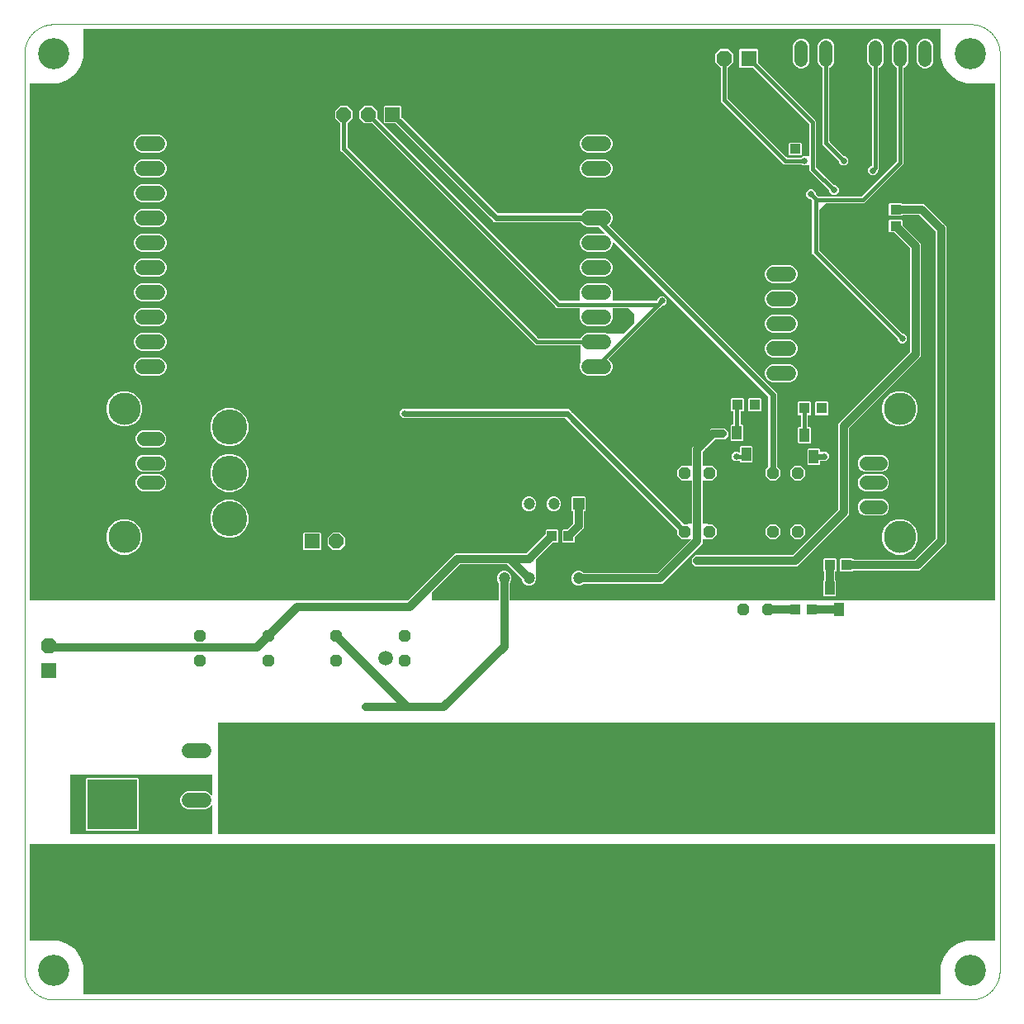
<source format=gbl>
G04 EAGLE Gerber RS-274X export*
G75*
%MOMM*%
%FSLAX34Y34*%
%LPD*%
%INBottom layer*%
%IPPOS*%
%AMOC8*
5,1,8,0,0,1.08239X$1,22.5*%
G01*
%ADD10C,0.000000*%
%ADD11C,3.200000*%
%ADD12C,1.425000*%
%ADD13C,3.316000*%
%ADD14C,3.600000*%
%ADD15R,1.500000X1.500000*%
%ADD16P,1.623585X8X202.500000*%
%ADD17P,1.319650X8X292.500000*%
%ADD18R,5.100000X5.100000*%
%ADD19C,5.100000*%
%ADD20R,1.200000X1.200000*%
%ADD21C,1.200000*%
%ADD22R,1.575000X1.575000*%
%ADD23C,1.575000*%
%ADD24C,1.524000*%
%ADD25R,1.100000X1.000000*%
%ADD26R,1.000000X1.100000*%
%ADD27R,1.600000X1.600000*%
%ADD28P,1.731824X8X292.500000*%
%ADD29R,1.050000X1.080000*%
%ADD30R,1.000000X1.400000*%
%ADD31P,1.319650X8X22.500000*%
%ADD32C,1.530000*%
%ADD33C,1.371600*%
%ADD34P,1.623585X8X22.500000*%
%ADD35P,1.731824X8X22.500000*%
%ADD36C,0.609600*%
%ADD37C,0.654800*%
%ADD38C,1.500000*%
%ADD39C,0.812800*%
%ADD40C,0.406400*%

G36*
X393850Y409637D02*
X393850Y409637D01*
X393925Y409650D01*
X393935Y409657D01*
X393945Y409659D01*
X393973Y409683D01*
X394045Y409731D01*
X441802Y457489D01*
X514828Y457489D01*
X514902Y457506D01*
X514976Y457519D01*
X514986Y457526D01*
X514996Y457528D01*
X515025Y457552D01*
X515096Y457600D01*
X534164Y476668D01*
X534175Y476685D01*
X534185Y476693D01*
X534198Y476722D01*
X534204Y476732D01*
X534248Y476794D01*
X534250Y476806D01*
X534255Y476815D01*
X534259Y476852D01*
X534275Y476936D01*
X534275Y481532D01*
X535168Y482425D01*
X546432Y482425D01*
X547325Y481532D01*
X547325Y469268D01*
X546432Y468375D01*
X541836Y468375D01*
X541762Y468358D01*
X541688Y468345D01*
X541678Y468338D01*
X541668Y468336D01*
X541639Y468312D01*
X541568Y468264D01*
X524693Y451389D01*
X524653Y451325D01*
X524609Y451263D01*
X524607Y451251D01*
X524602Y451242D01*
X524598Y451205D01*
X524582Y451121D01*
X524582Y434059D01*
X524582Y434057D01*
X524582Y434056D01*
X524611Y433914D01*
X524825Y433397D01*
X524825Y430403D01*
X523679Y427638D01*
X521562Y425521D01*
X518797Y424375D01*
X515803Y424375D01*
X513038Y425521D01*
X510921Y427638D01*
X509775Y430403D01*
X509775Y431364D01*
X509758Y431438D01*
X509745Y431512D01*
X509738Y431523D01*
X509736Y431532D01*
X509712Y431561D01*
X509664Y431632D01*
X495096Y446200D01*
X495032Y446240D01*
X494970Y446284D01*
X494958Y446286D01*
X494949Y446291D01*
X494912Y446295D01*
X494828Y446311D01*
X446590Y446311D01*
X446516Y446294D01*
X446441Y446281D01*
X446431Y446274D01*
X446421Y446272D01*
X446392Y446248D01*
X446321Y446200D01*
X417899Y417778D01*
X417872Y417735D01*
X417838Y417698D01*
X417827Y417662D01*
X417808Y417631D01*
X417803Y417580D01*
X417789Y417531D01*
X417795Y417495D01*
X417791Y417459D01*
X417809Y417411D01*
X417818Y417361D01*
X417842Y417325D01*
X417853Y417297D01*
X417875Y417276D01*
X417899Y417241D01*
X417982Y417158D01*
X417982Y410016D01*
X417999Y409942D01*
X418012Y409867D01*
X418019Y409857D01*
X418021Y409847D01*
X418045Y409818D01*
X418093Y409747D01*
X418109Y409731D01*
X418125Y409721D01*
X418131Y409713D01*
X418153Y409703D01*
X418173Y409691D01*
X418235Y409647D01*
X418247Y409645D01*
X418256Y409640D01*
X418293Y409636D01*
X418378Y409620D01*
X485931Y409620D01*
X485981Y409631D01*
X486032Y409633D01*
X486064Y409651D01*
X486100Y409659D01*
X486139Y409692D01*
X486184Y409716D01*
X486205Y409746D01*
X486233Y409769D01*
X486254Y409816D01*
X486284Y409858D01*
X486292Y409900D01*
X486304Y409928D01*
X486303Y409958D01*
X486311Y410000D01*
X486311Y426690D01*
X486294Y426764D01*
X486281Y426838D01*
X486274Y426849D01*
X486272Y426858D01*
X486248Y426887D01*
X486200Y426959D01*
X485521Y427638D01*
X484375Y430403D01*
X484375Y433397D01*
X485521Y436162D01*
X487638Y438279D01*
X490403Y439425D01*
X493397Y439425D01*
X496162Y438279D01*
X498279Y436162D01*
X499425Y433397D01*
X499425Y430403D01*
X498279Y427638D01*
X497600Y426959D01*
X497560Y426894D01*
X497516Y426832D01*
X497514Y426820D01*
X497509Y426811D01*
X497505Y426774D01*
X497489Y426690D01*
X497489Y410000D01*
X497500Y409950D01*
X497502Y409899D01*
X497520Y409867D01*
X497528Y409831D01*
X497561Y409792D01*
X497585Y409747D01*
X497615Y409726D01*
X497638Y409698D01*
X497685Y409677D01*
X497727Y409647D01*
X497769Y409639D01*
X497797Y409627D01*
X497827Y409628D01*
X497869Y409620D01*
X994539Y409620D01*
X994589Y409631D01*
X994640Y409633D01*
X994672Y409651D01*
X994708Y409659D01*
X994747Y409692D01*
X994792Y409716D01*
X994813Y409746D01*
X994841Y409769D01*
X994862Y409816D01*
X994892Y409858D01*
X994900Y409900D01*
X994912Y409928D01*
X994911Y409958D01*
X994919Y410000D01*
X994919Y939238D01*
X994908Y939288D01*
X994906Y939339D01*
X994888Y939371D01*
X994880Y939407D01*
X994847Y939446D01*
X994823Y939491D01*
X994793Y939512D01*
X994770Y939540D01*
X994723Y939561D01*
X994681Y939591D01*
X994639Y939599D01*
X994611Y939611D01*
X994581Y939610D01*
X994539Y939618D01*
X965188Y939618D01*
X956035Y942592D01*
X948249Y948249D01*
X942592Y956035D01*
X939618Y965188D01*
X939618Y994539D01*
X939607Y994589D01*
X939605Y994640D01*
X939587Y994672D01*
X939579Y994708D01*
X939546Y994747D01*
X939522Y994792D01*
X939492Y994813D01*
X939469Y994841D01*
X939422Y994862D01*
X939380Y994892D01*
X939338Y994900D01*
X939310Y994912D01*
X939280Y994911D01*
X939238Y994919D01*
X60762Y994919D01*
X60712Y994908D01*
X60661Y994906D01*
X60629Y994888D01*
X60593Y994880D01*
X60554Y994847D01*
X60509Y994823D01*
X60488Y994793D01*
X60460Y994770D01*
X60439Y994723D01*
X60409Y994681D01*
X60401Y994639D01*
X60389Y994611D01*
X60390Y994581D01*
X60382Y994539D01*
X60382Y965188D01*
X57408Y956035D01*
X51751Y948249D01*
X43965Y942592D01*
X34812Y939618D01*
X5461Y939618D01*
X5411Y939607D01*
X5360Y939605D01*
X5328Y939587D01*
X5292Y939579D01*
X5253Y939546D01*
X5208Y939522D01*
X5187Y939492D01*
X5159Y939469D01*
X5138Y939422D01*
X5108Y939380D01*
X5100Y939338D01*
X5088Y939310D01*
X5089Y939280D01*
X5081Y939238D01*
X5081Y410000D01*
X5092Y409950D01*
X5094Y409899D01*
X5112Y409867D01*
X5120Y409831D01*
X5153Y409792D01*
X5177Y409747D01*
X5207Y409726D01*
X5230Y409698D01*
X5277Y409677D01*
X5319Y409647D01*
X5361Y409639D01*
X5389Y409627D01*
X5419Y409628D01*
X5461Y409620D01*
X393776Y409620D01*
X393850Y409637D01*
G37*
G36*
X939288Y5092D02*
X939288Y5092D01*
X939339Y5094D01*
X939371Y5112D01*
X939407Y5120D01*
X939446Y5153D01*
X939491Y5177D01*
X939512Y5207D01*
X939540Y5230D01*
X939561Y5277D01*
X939591Y5319D01*
X939599Y5361D01*
X939611Y5389D01*
X939610Y5419D01*
X939618Y5461D01*
X939618Y34812D01*
X942592Y43965D01*
X948249Y51751D01*
X956035Y57408D01*
X965188Y60382D01*
X994539Y60382D01*
X994589Y60393D01*
X994640Y60395D01*
X994672Y60413D01*
X994708Y60421D01*
X994747Y60454D01*
X994792Y60478D01*
X994813Y60508D01*
X994841Y60531D01*
X994862Y60578D01*
X994892Y60620D01*
X994900Y60662D01*
X994912Y60690D01*
X994911Y60720D01*
X994919Y60762D01*
X994919Y159000D01*
X994908Y159050D01*
X994906Y159101D01*
X994888Y159133D01*
X994880Y159169D01*
X994847Y159208D01*
X994823Y159253D01*
X994793Y159274D01*
X994770Y159302D01*
X994723Y159323D01*
X994681Y159353D01*
X994639Y159361D01*
X994611Y159373D01*
X994581Y159372D01*
X994539Y159380D01*
X5461Y159380D01*
X5411Y159369D01*
X5360Y159367D01*
X5328Y159349D01*
X5292Y159341D01*
X5253Y159308D01*
X5208Y159284D01*
X5187Y159254D01*
X5159Y159231D01*
X5138Y159184D01*
X5108Y159142D01*
X5100Y159100D01*
X5088Y159072D01*
X5089Y159042D01*
X5081Y159000D01*
X5081Y60762D01*
X5092Y60712D01*
X5094Y60661D01*
X5112Y60629D01*
X5120Y60593D01*
X5153Y60554D01*
X5177Y60509D01*
X5207Y60488D01*
X5230Y60460D01*
X5277Y60439D01*
X5319Y60409D01*
X5361Y60401D01*
X5389Y60389D01*
X5419Y60390D01*
X5461Y60382D01*
X34812Y60382D01*
X43965Y57408D01*
X51751Y51751D01*
X57408Y43965D01*
X60382Y34812D01*
X60382Y5461D01*
X60393Y5411D01*
X60395Y5360D01*
X60413Y5328D01*
X60421Y5292D01*
X60454Y5253D01*
X60478Y5208D01*
X60508Y5187D01*
X60531Y5159D01*
X60578Y5138D01*
X60620Y5108D01*
X60662Y5100D01*
X60690Y5088D01*
X60720Y5089D01*
X60762Y5081D01*
X939238Y5081D01*
X939288Y5092D01*
G37*
G36*
X994589Y169631D02*
X994589Y169631D01*
X994640Y169633D01*
X994672Y169651D01*
X994708Y169659D01*
X994747Y169692D01*
X994792Y169716D01*
X994813Y169746D01*
X994841Y169769D01*
X994862Y169816D01*
X994892Y169858D01*
X994900Y169900D01*
X994912Y169928D01*
X994911Y169958D01*
X994919Y170000D01*
X994919Y284000D01*
X994908Y284050D01*
X994906Y284101D01*
X994888Y284133D01*
X994880Y284169D01*
X994847Y284208D01*
X994823Y284253D01*
X994793Y284274D01*
X994770Y284302D01*
X994723Y284323D01*
X994681Y284353D01*
X994639Y284361D01*
X994611Y284373D01*
X994581Y284372D01*
X994539Y284380D01*
X199000Y284380D01*
X198950Y284369D01*
X198899Y284367D01*
X198867Y284349D01*
X198831Y284341D01*
X198792Y284308D01*
X198747Y284284D01*
X198726Y284254D01*
X198698Y284231D01*
X198677Y284184D01*
X198647Y284142D01*
X198639Y284100D01*
X198627Y284072D01*
X198628Y284042D01*
X198620Y284000D01*
X198620Y170000D01*
X198631Y169950D01*
X198633Y169899D01*
X198651Y169867D01*
X198659Y169831D01*
X198692Y169792D01*
X198716Y169747D01*
X198746Y169726D01*
X198769Y169698D01*
X198816Y169677D01*
X198858Y169647D01*
X198900Y169639D01*
X198928Y169627D01*
X198958Y169628D01*
X199000Y169620D01*
X994539Y169620D01*
X994589Y169631D01*
G37*
%LPC*%
G36*
X576625Y639875D02*
X576625Y639875D01*
X573253Y641272D01*
X570672Y643853D01*
X569275Y647225D01*
X569275Y650875D01*
X570289Y653323D01*
X570290Y653325D01*
X570291Y653326D01*
X570318Y653469D01*
X570318Y670031D01*
X570318Y670033D01*
X570318Y670035D01*
X570289Y670177D01*
X570090Y670659D01*
X570053Y670710D01*
X570022Y670766D01*
X570003Y670780D01*
X569989Y670799D01*
X569933Y670829D01*
X569881Y670866D01*
X569854Y670871D01*
X569836Y670881D01*
X569798Y670882D01*
X569739Y670893D01*
X524077Y670893D01*
X323943Y871027D01*
X323943Y898136D01*
X323926Y898210D01*
X323913Y898285D01*
X323906Y898295D01*
X323904Y898305D01*
X323880Y898334D01*
X323832Y898405D01*
X318475Y903762D01*
X318475Y911238D01*
X323762Y916525D01*
X331238Y916525D01*
X336525Y911238D01*
X336525Y903762D01*
X331168Y898405D01*
X331128Y898341D01*
X331084Y898279D01*
X331082Y898267D01*
X331077Y898258D01*
X331073Y898221D01*
X331057Y898136D01*
X331057Y874131D01*
X331074Y874057D01*
X331087Y873982D01*
X331094Y873972D01*
X331096Y873962D01*
X331120Y873933D01*
X331168Y873862D01*
X526912Y678118D01*
X526976Y678078D01*
X527039Y678034D01*
X527051Y678032D01*
X527059Y678027D01*
X527096Y678023D01*
X527181Y678007D01*
X569739Y678007D01*
X569800Y678021D01*
X569864Y678028D01*
X569884Y678041D01*
X569907Y678046D01*
X569956Y678087D01*
X570010Y678121D01*
X570025Y678143D01*
X570041Y678156D01*
X570056Y678191D01*
X570090Y678241D01*
X570672Y679647D01*
X573253Y682228D01*
X576625Y683625D01*
X595575Y683625D01*
X597299Y682911D01*
X597301Y682910D01*
X597302Y682909D01*
X597444Y682882D01*
X614744Y682882D01*
X614818Y682899D01*
X614893Y682912D01*
X614903Y682919D01*
X614913Y682921D01*
X614942Y682945D01*
X615013Y682993D01*
X625507Y693487D01*
X625547Y693551D01*
X625591Y693613D01*
X625593Y693626D01*
X625598Y693634D01*
X625602Y693671D01*
X625618Y693756D01*
X625618Y702284D01*
X625601Y702358D01*
X625588Y702433D01*
X625581Y702443D01*
X625579Y702453D01*
X625555Y702482D01*
X625507Y702553D01*
X619028Y709032D01*
X618964Y709072D01*
X618902Y709116D01*
X618890Y709118D01*
X618881Y709123D01*
X618844Y709127D01*
X618759Y709143D01*
X603362Y709143D01*
X603312Y709132D01*
X603261Y709130D01*
X603229Y709112D01*
X603193Y709104D01*
X603154Y709071D01*
X603109Y709047D01*
X603088Y709017D01*
X603060Y708994D01*
X603039Y708947D01*
X603009Y708905D01*
X603001Y708863D01*
X602989Y708835D01*
X602990Y708805D01*
X602982Y708763D01*
X602982Y699311D01*
X602952Y699270D01*
X602950Y699258D01*
X602945Y699249D01*
X602941Y699212D01*
X602925Y699127D01*
X602925Y698025D01*
X601528Y694653D01*
X598947Y692072D01*
X595575Y690675D01*
X576625Y690675D01*
X573253Y692072D01*
X570672Y694653D01*
X569275Y698025D01*
X569275Y698527D01*
X569258Y698601D01*
X569245Y698676D01*
X569238Y698686D01*
X569236Y698696D01*
X569218Y698717D01*
X569218Y708763D01*
X569207Y708813D01*
X569205Y708864D01*
X569187Y708896D01*
X569179Y708932D01*
X569146Y708971D01*
X569122Y709016D01*
X569092Y709037D01*
X569069Y709065D01*
X569022Y709086D01*
X568980Y709116D01*
X568938Y709124D01*
X568910Y709136D01*
X568880Y709135D01*
X568838Y709143D01*
X545827Y709143D01*
X356606Y898364D01*
X356542Y898404D01*
X356479Y898448D01*
X356467Y898450D01*
X356459Y898455D01*
X356422Y898459D01*
X356337Y898475D01*
X348762Y898475D01*
X343475Y903762D01*
X343475Y911238D01*
X348762Y916525D01*
X356238Y916525D01*
X361525Y911238D01*
X361525Y903663D01*
X361542Y903589D01*
X361555Y903514D01*
X361562Y903504D01*
X361564Y903494D01*
X361588Y903465D01*
X361636Y903394D01*
X548662Y716368D01*
X548726Y716328D01*
X548789Y716284D01*
X548801Y716282D01*
X548809Y716277D01*
X548846Y716273D01*
X548931Y716257D01*
X569038Y716257D01*
X569088Y716268D01*
X569139Y716270D01*
X569171Y716288D01*
X569207Y716296D01*
X569246Y716329D01*
X569291Y716353D01*
X569312Y716383D01*
X569340Y716406D01*
X569361Y716453D01*
X569391Y716495D01*
X569399Y716537D01*
X569411Y716565D01*
X569410Y716595D01*
X569418Y716637D01*
X569418Y723004D01*
X569418Y723006D01*
X569418Y723008D01*
X569389Y723150D01*
X569275Y723425D01*
X569275Y727075D01*
X570672Y730447D01*
X573253Y733028D01*
X576625Y734425D01*
X595575Y734425D01*
X598947Y733028D01*
X601528Y730447D01*
X602925Y727075D01*
X602925Y726173D01*
X602942Y726099D01*
X602955Y726024D01*
X602962Y726014D01*
X602964Y726004D01*
X602988Y725975D01*
X603036Y725904D01*
X603182Y725758D01*
X603182Y716637D01*
X603193Y716587D01*
X603195Y716536D01*
X603213Y716504D01*
X603221Y716468D01*
X603254Y716429D01*
X603278Y716384D01*
X603308Y716363D01*
X603331Y716335D01*
X603378Y716314D01*
X603420Y716284D01*
X603462Y716276D01*
X603490Y716264D01*
X603520Y716265D01*
X603562Y716257D01*
X648119Y716257D01*
X648193Y716274D01*
X648268Y716287D01*
X648278Y716294D01*
X648288Y716296D01*
X648317Y716320D01*
X648388Y716368D01*
X648940Y716920D01*
X648980Y716984D01*
X649024Y717047D01*
X649026Y717059D01*
X649031Y717067D01*
X649035Y717104D01*
X649051Y717189D01*
X649051Y718438D01*
X651862Y721249D01*
X655838Y721249D01*
X658649Y718438D01*
X658649Y714462D01*
X655838Y711651D01*
X653889Y711651D01*
X653815Y711634D01*
X653740Y711621D01*
X653730Y711614D01*
X653720Y711612D01*
X653691Y711588D01*
X653620Y711540D01*
X651112Y709032D01*
X599196Y657116D01*
X599170Y657073D01*
X599135Y657036D01*
X599124Y657000D01*
X599105Y656969D01*
X599100Y656918D01*
X599086Y656869D01*
X599092Y656833D01*
X599088Y656797D01*
X599107Y656749D01*
X599115Y656699D01*
X599139Y656663D01*
X599150Y656635D01*
X599173Y656614D01*
X599196Y656579D01*
X601528Y654247D01*
X602925Y650875D01*
X602925Y647225D01*
X601528Y643853D01*
X598947Y641272D01*
X595575Y639875D01*
X576625Y639875D01*
G37*
%LPD*%
G36*
X192050Y169631D02*
X192050Y169631D01*
X192101Y169633D01*
X192133Y169651D01*
X192169Y169659D01*
X192208Y169692D01*
X192253Y169716D01*
X192274Y169746D01*
X192302Y169769D01*
X192323Y169816D01*
X192353Y169858D01*
X192361Y169900D01*
X192373Y169928D01*
X192372Y169958D01*
X192380Y170000D01*
X192380Y199010D01*
X192374Y199035D01*
X192377Y199060D01*
X192355Y199118D01*
X192341Y199178D01*
X192324Y199198D01*
X192315Y199222D01*
X192270Y199264D01*
X192231Y199312D01*
X192207Y199323D01*
X192188Y199340D01*
X192129Y199358D01*
X192072Y199383D01*
X192047Y199382D01*
X192022Y199389D01*
X191961Y199379D01*
X191899Y199376D01*
X191877Y199364D01*
X191851Y199360D01*
X191780Y199311D01*
X191747Y199294D01*
X191741Y199285D01*
X191731Y199279D01*
X189300Y196847D01*
X185939Y195455D01*
X167061Y195455D01*
X163700Y196847D01*
X161127Y199420D01*
X159735Y202781D01*
X159735Y206419D01*
X161127Y209780D01*
X163700Y212353D01*
X167061Y213745D01*
X185939Y213745D01*
X189300Y212353D01*
X191731Y209921D01*
X191753Y209908D01*
X191769Y209888D01*
X191826Y209863D01*
X191878Y209830D01*
X191904Y209828D01*
X191928Y209817D01*
X191989Y209819D01*
X192051Y209814D01*
X192075Y209823D01*
X192101Y209824D01*
X192155Y209853D01*
X192213Y209875D01*
X192230Y209894D01*
X192253Y209906D01*
X192288Y209957D01*
X192330Y210002D01*
X192338Y210027D01*
X192353Y210048D01*
X192369Y210133D01*
X192380Y210168D01*
X192378Y210178D01*
X192380Y210190D01*
X192380Y230000D01*
X192369Y230050D01*
X192367Y230101D01*
X192349Y230133D01*
X192341Y230169D01*
X192308Y230208D01*
X192284Y230253D01*
X192254Y230274D01*
X192231Y230302D01*
X192184Y230323D01*
X192142Y230353D01*
X192100Y230361D01*
X192072Y230373D01*
X192042Y230372D01*
X192000Y230380D01*
X47000Y230380D01*
X46950Y230369D01*
X46899Y230367D01*
X46867Y230349D01*
X46831Y230341D01*
X46792Y230308D01*
X46747Y230284D01*
X46726Y230254D01*
X46698Y230231D01*
X46677Y230184D01*
X46647Y230142D01*
X46639Y230100D01*
X46627Y230072D01*
X46628Y230042D01*
X46620Y230000D01*
X46620Y170000D01*
X46631Y169950D01*
X46633Y169899D01*
X46651Y169867D01*
X46659Y169831D01*
X46692Y169792D01*
X46716Y169747D01*
X46746Y169726D01*
X46769Y169698D01*
X46816Y169677D01*
X46858Y169647D01*
X46900Y169639D01*
X46928Y169627D01*
X46958Y169628D01*
X47000Y169620D01*
X192000Y169620D01*
X192050Y169631D01*
G37*
%LPC*%
G36*
X566603Y424375D02*
X566603Y424375D01*
X563838Y425521D01*
X561721Y427638D01*
X560575Y430403D01*
X560575Y433397D01*
X561721Y436162D01*
X563838Y438279D01*
X566603Y439425D01*
X569597Y439425D01*
X572362Y438279D01*
X573041Y437600D01*
X573106Y437560D01*
X573168Y437516D01*
X573180Y437514D01*
X573189Y437509D01*
X573226Y437505D01*
X573310Y437489D01*
X649428Y437489D01*
X649502Y437506D01*
X649576Y437519D01*
X649586Y437526D01*
X649596Y437528D01*
X649625Y437552D01*
X649696Y437600D01*
X683765Y471669D01*
X683779Y471691D01*
X683799Y471707D01*
X683824Y471764D01*
X683857Y471816D01*
X683859Y471842D01*
X683870Y471866D01*
X683868Y471927D01*
X683873Y471989D01*
X683864Y472013D01*
X683863Y472039D01*
X683834Y472093D01*
X683812Y472151D01*
X683793Y472168D01*
X683781Y472191D01*
X683730Y472226D01*
X683685Y472268D01*
X683660Y472276D01*
X683639Y472291D01*
X683554Y472307D01*
X683519Y472318D01*
X683509Y472316D01*
X683497Y472318D01*
X680213Y472318D01*
X680166Y472352D01*
X680154Y472354D01*
X680145Y472359D01*
X680108Y472363D01*
X680023Y472379D01*
X674143Y472379D01*
X669679Y476843D01*
X669679Y480996D01*
X669662Y481070D01*
X669649Y481145D01*
X669642Y481155D01*
X669640Y481165D01*
X669616Y481194D01*
X669568Y481265D01*
X554527Y596306D01*
X554463Y596346D01*
X554401Y596390D01*
X554389Y596392D01*
X554380Y596397D01*
X554343Y596401D01*
X554258Y596417D01*
X392371Y596417D01*
X392297Y596400D01*
X392222Y596387D01*
X392212Y596380D01*
X392202Y596378D01*
X392174Y596354D01*
X392102Y596306D01*
X391988Y596191D01*
X388012Y596191D01*
X385201Y599002D01*
X385201Y602978D01*
X388012Y605789D01*
X391988Y605789D01*
X392102Y605674D01*
X392167Y605634D01*
X392229Y605590D01*
X392241Y605588D01*
X392249Y605583D01*
X392287Y605579D01*
X392371Y605563D01*
X558204Y605563D01*
X560994Y602773D01*
X676035Y487732D01*
X676099Y487692D01*
X676161Y487648D01*
X676173Y487646D01*
X676182Y487641D01*
X676219Y487637D01*
X676304Y487621D01*
X680023Y487621D01*
X680097Y487638D01*
X680172Y487651D01*
X680182Y487658D01*
X680192Y487660D01*
X680218Y487682D01*
X684031Y487682D01*
X684081Y487693D01*
X684132Y487695D01*
X684164Y487713D01*
X684200Y487721D01*
X684239Y487754D01*
X684284Y487778D01*
X684305Y487808D01*
X684333Y487831D01*
X684354Y487878D01*
X684384Y487920D01*
X684392Y487962D01*
X684404Y487990D01*
X684403Y488020D01*
X684411Y488062D01*
X684411Y491477D01*
X684394Y491551D01*
X684381Y491625D01*
X684374Y491636D01*
X684372Y491645D01*
X684348Y491674D01*
X684300Y491746D01*
X684283Y491763D01*
X684283Y503735D01*
X684300Y503752D01*
X684340Y503816D01*
X684384Y503879D01*
X684386Y503891D01*
X684391Y503899D01*
X684395Y503936D01*
X684411Y504021D01*
X684411Y531838D01*
X684400Y531888D01*
X684398Y531939D01*
X684380Y531971D01*
X684372Y532007D01*
X684339Y532046D01*
X684315Y532091D01*
X684285Y532112D01*
X684262Y532140D01*
X684215Y532161D01*
X684173Y532191D01*
X684131Y532199D01*
X684103Y532211D01*
X684073Y532210D01*
X684031Y532218D01*
X680342Y532218D01*
X680292Y532268D01*
X680228Y532308D01*
X680166Y532352D01*
X680154Y532354D01*
X680145Y532359D01*
X680108Y532363D01*
X680023Y532379D01*
X674143Y532379D01*
X669679Y536843D01*
X669679Y543157D01*
X674143Y547621D01*
X680123Y547621D01*
X680197Y547638D01*
X680272Y547651D01*
X680282Y547658D01*
X680292Y547660D01*
X680318Y547682D01*
X684031Y547682D01*
X684081Y547693D01*
X684132Y547695D01*
X684164Y547713D01*
X684200Y547721D01*
X684239Y547754D01*
X684284Y547778D01*
X684305Y547808D01*
X684333Y547831D01*
X684354Y547878D01*
X684384Y547920D01*
X684392Y547962D01*
X684404Y547990D01*
X684403Y548020D01*
X684411Y548062D01*
X684411Y566363D01*
X703637Y585589D01*
X718515Y585589D01*
X721789Y582315D01*
X721789Y577685D01*
X718515Y574411D01*
X708424Y574411D01*
X708350Y574394D01*
X708275Y574381D01*
X708265Y574374D01*
X708255Y574372D01*
X708227Y574348D01*
X708155Y574300D01*
X695700Y561845D01*
X695660Y561780D01*
X695616Y561718D01*
X695614Y561706D01*
X695609Y561698D01*
X695605Y561661D01*
X695589Y561576D01*
X695589Y548062D01*
X695600Y548012D01*
X695602Y547961D01*
X695620Y547929D01*
X695628Y547893D01*
X695661Y547854D01*
X695685Y547809D01*
X695715Y547788D01*
X695738Y547760D01*
X695785Y547739D01*
X695827Y547709D01*
X695869Y547701D01*
X695897Y547689D01*
X695927Y547690D01*
X695969Y547682D01*
X699987Y547682D01*
X700034Y547648D01*
X700046Y547646D01*
X700055Y547641D01*
X700092Y547637D01*
X700177Y547621D01*
X705857Y547621D01*
X710321Y543157D01*
X710321Y536843D01*
X705857Y532379D01*
X700277Y532379D01*
X700203Y532362D01*
X700128Y532349D01*
X700118Y532342D01*
X700108Y532340D01*
X700079Y532316D01*
X700008Y532268D01*
X699958Y532218D01*
X695969Y532218D01*
X695919Y532207D01*
X695868Y532205D01*
X695836Y532187D01*
X695800Y532179D01*
X695761Y532146D01*
X695716Y532122D01*
X695695Y532092D01*
X695667Y532069D01*
X695646Y532022D01*
X695616Y531980D01*
X695608Y531938D01*
X695596Y531910D01*
X695597Y531880D01*
X695589Y531838D01*
X695589Y499233D01*
X695571Y499216D01*
X695531Y499151D01*
X695488Y499089D01*
X695485Y499077D01*
X695480Y499069D01*
X695476Y499032D01*
X695460Y498947D01*
X695460Y496550D01*
X695477Y496476D01*
X695490Y496402D01*
X695497Y496391D01*
X695499Y496382D01*
X695523Y496353D01*
X695571Y496282D01*
X695589Y496264D01*
X695589Y488062D01*
X695600Y488012D01*
X695602Y487961D01*
X695620Y487929D01*
X695628Y487893D01*
X695661Y487854D01*
X695685Y487809D01*
X695715Y487788D01*
X695738Y487760D01*
X695785Y487739D01*
X695827Y487709D01*
X695869Y487701D01*
X695897Y487689D01*
X695927Y487690D01*
X695969Y487682D01*
X700587Y487682D01*
X700634Y487648D01*
X700646Y487646D01*
X700655Y487641D01*
X700692Y487637D01*
X700777Y487621D01*
X705857Y487621D01*
X710321Y483157D01*
X710321Y476843D01*
X705857Y472379D01*
X700377Y472379D01*
X700303Y472362D01*
X700228Y472349D01*
X700218Y472342D01*
X700208Y472340D01*
X700182Y472318D01*
X695969Y472318D01*
X695919Y472307D01*
X695868Y472305D01*
X695836Y472287D01*
X695800Y472279D01*
X695761Y472246D01*
X695716Y472222D01*
X695695Y472192D01*
X695667Y472169D01*
X695646Y472122D01*
X695616Y472080D01*
X695608Y472038D01*
X695596Y472010D01*
X695597Y471980D01*
X695589Y471938D01*
X695589Y467685D01*
X654215Y426311D01*
X573310Y426311D01*
X573236Y426294D01*
X573162Y426281D01*
X573151Y426274D01*
X573142Y426272D01*
X573113Y426248D01*
X573041Y426200D01*
X572362Y425521D01*
X569597Y424375D01*
X566603Y424375D01*
G37*
%LPD*%
%LPC*%
G36*
X764143Y532379D02*
X764143Y532379D01*
X759679Y536843D01*
X759679Y543157D01*
X762616Y546093D01*
X762656Y546158D01*
X762700Y546220D01*
X762702Y546232D01*
X762707Y546240D01*
X762711Y546277D01*
X762727Y546362D01*
X762727Y617948D01*
X762710Y618022D01*
X762697Y618097D01*
X762690Y618107D01*
X762688Y618117D01*
X762664Y618146D01*
X762616Y618217D01*
X603574Y777259D01*
X603552Y777273D01*
X603536Y777293D01*
X603479Y777318D01*
X603427Y777351D01*
X603401Y777353D01*
X603377Y777364D01*
X603316Y777361D01*
X603254Y777367D01*
X603230Y777358D01*
X603204Y777357D01*
X603150Y777328D01*
X603092Y777306D01*
X603075Y777287D01*
X603052Y777274D01*
X603017Y777224D01*
X602975Y777179D01*
X602967Y777154D01*
X602952Y777133D01*
X602936Y777048D01*
X602925Y777012D01*
X602927Y777003D01*
X602925Y776990D01*
X602925Y774225D01*
X601528Y770853D01*
X598947Y768272D01*
X595575Y766875D01*
X576625Y766875D01*
X573253Y768272D01*
X570672Y770853D01*
X569275Y774225D01*
X569275Y777875D01*
X570672Y781247D01*
X573253Y783828D01*
X576625Y785225D01*
X594690Y785225D01*
X594716Y785231D01*
X594741Y785228D01*
X594799Y785250D01*
X594859Y785264D01*
X594879Y785281D01*
X594903Y785290D01*
X594945Y785335D01*
X594993Y785374D01*
X595003Y785398D01*
X595021Y785417D01*
X595038Y785476D01*
X595064Y785533D01*
X595063Y785558D01*
X595070Y785583D01*
X595059Y785644D01*
X595057Y785706D01*
X595045Y785728D01*
X595040Y785754D01*
X594992Y785825D01*
X594974Y785858D01*
X594966Y785864D01*
X594959Y785874D01*
X588669Y792164D01*
X588605Y792204D01*
X588543Y792248D01*
X588531Y792250D01*
X588522Y792255D01*
X588485Y792259D01*
X588400Y792275D01*
X576625Y792275D01*
X573253Y793672D01*
X570672Y796253D01*
X570511Y796643D01*
X570474Y796694D01*
X570443Y796750D01*
X570424Y796764D01*
X570410Y796783D01*
X570354Y796813D01*
X570302Y796850D01*
X570275Y796855D01*
X570257Y796865D01*
X570219Y796866D01*
X570159Y796877D01*
X481656Y796877D01*
X380169Y898364D01*
X380105Y898404D01*
X380043Y898448D01*
X380031Y898450D01*
X380022Y898455D01*
X379985Y898459D01*
X379900Y898475D01*
X369368Y898475D01*
X368475Y899368D01*
X368475Y915632D01*
X369368Y916525D01*
X385632Y916525D01*
X386525Y915632D01*
X386525Y905100D01*
X386542Y905026D01*
X386555Y904951D01*
X386562Y904941D01*
X386564Y904931D01*
X386588Y904902D01*
X386636Y904831D01*
X485333Y806134D01*
X485397Y806094D01*
X485459Y806050D01*
X485471Y806048D01*
X485480Y806043D01*
X485517Y806039D01*
X485602Y806023D01*
X570159Y806023D01*
X570221Y806037D01*
X570284Y806044D01*
X570305Y806057D01*
X570328Y806062D01*
X570377Y806103D01*
X570431Y806137D01*
X570446Y806159D01*
X570462Y806172D01*
X570477Y806207D01*
X570511Y806257D01*
X570672Y806647D01*
X573253Y809228D01*
X576625Y810625D01*
X595575Y810625D01*
X598947Y809228D01*
X601528Y806647D01*
X602925Y803275D01*
X602925Y799625D01*
X601528Y796253D01*
X599790Y794515D01*
X599763Y794471D01*
X599728Y794434D01*
X599718Y794399D01*
X599698Y794368D01*
X599694Y794317D01*
X599679Y794268D01*
X599685Y794232D01*
X599682Y794195D01*
X599700Y794147D01*
X599709Y794097D01*
X599733Y794062D01*
X599743Y794033D01*
X599766Y794012D01*
X599790Y793977D01*
X769083Y624684D01*
X771873Y621894D01*
X771873Y546362D01*
X771890Y546288D01*
X771903Y546213D01*
X771910Y546203D01*
X771912Y546193D01*
X771936Y546165D01*
X771984Y546093D01*
X774921Y543157D01*
X774921Y536843D01*
X770457Y532379D01*
X764143Y532379D01*
G37*
%LPD*%
%LPC*%
G36*
X687685Y444411D02*
X687685Y444411D01*
X684411Y447685D01*
X684411Y452315D01*
X687685Y455589D01*
X787528Y455589D01*
X787602Y455606D01*
X787676Y455619D01*
X787686Y455626D01*
X787696Y455628D01*
X787725Y455652D01*
X787796Y455700D01*
X834300Y502204D01*
X834340Y502268D01*
X834384Y502330D01*
X834386Y502342D01*
X834391Y502351D01*
X834395Y502388D01*
X834411Y502472D01*
X834411Y590615D01*
X907900Y664104D01*
X907932Y664156D01*
X907933Y664157D01*
X907935Y664160D01*
X907940Y664168D01*
X907984Y664230D01*
X907986Y664242D01*
X907991Y664251D01*
X907995Y664288D01*
X907997Y664298D01*
X908004Y664315D01*
X908004Y664333D01*
X908011Y664372D01*
X908011Y770428D01*
X907994Y770502D01*
X907981Y770576D01*
X907974Y770586D01*
X907972Y770596D01*
X907948Y770625D01*
X907900Y770696D01*
X892032Y786564D01*
X891968Y786604D01*
X891906Y786648D01*
X891894Y786650D01*
X891885Y786655D01*
X891848Y786659D01*
X891764Y786675D01*
X887168Y786675D01*
X886275Y787568D01*
X886275Y798832D01*
X887168Y799725D01*
X899432Y799725D01*
X900325Y798832D01*
X900325Y794236D01*
X900342Y794162D01*
X900355Y794088D01*
X900362Y794078D01*
X900364Y794068D01*
X900388Y794039D01*
X900436Y793968D01*
X919189Y775215D01*
X919189Y659585D01*
X845700Y586096D01*
X845660Y586032D01*
X845616Y585970D01*
X845614Y585958D01*
X845609Y585949D01*
X845605Y585912D01*
X845589Y585828D01*
X845589Y497685D01*
X792315Y444411D01*
X687685Y444411D01*
G37*
%LPD*%
%LPC*%
G36*
X837268Y438675D02*
X837268Y438675D01*
X836375Y439568D01*
X836375Y451632D01*
X837268Y452525D01*
X849032Y452525D01*
X849925Y451632D01*
X849925Y451569D01*
X849936Y451519D01*
X849938Y451468D01*
X849956Y451436D01*
X849964Y451400D01*
X849997Y451361D01*
X850021Y451316D01*
X850051Y451295D01*
X850074Y451267D01*
X850121Y451246D01*
X850163Y451216D01*
X850205Y451208D01*
X850233Y451196D01*
X850263Y451197D01*
X850305Y451189D01*
X913128Y451189D01*
X913202Y451206D01*
X913276Y451219D01*
X913286Y451226D01*
X913296Y451228D01*
X913325Y451252D01*
X913396Y451300D01*
X934300Y472204D01*
X934340Y472268D01*
X934384Y472330D01*
X934386Y472342D01*
X934391Y472351D01*
X934395Y472388D01*
X934411Y472472D01*
X934411Y787528D01*
X934394Y787602D01*
X934381Y787676D01*
X934374Y787686D01*
X934372Y787696D01*
X934348Y787725D01*
X934300Y787796D01*
X917596Y804500D01*
X917532Y804540D01*
X917470Y804584D01*
X917458Y804586D01*
X917449Y804591D01*
X917412Y804595D01*
X917328Y804611D01*
X900525Y804611D01*
X900451Y804594D01*
X900376Y804581D01*
X900366Y804574D01*
X900356Y804572D01*
X900328Y804548D01*
X900256Y804500D01*
X899432Y803675D01*
X887168Y803675D01*
X886275Y804568D01*
X886275Y815832D01*
X887168Y816725D01*
X899432Y816725D01*
X900256Y815900D01*
X900321Y815860D01*
X900383Y815816D01*
X900395Y815814D01*
X900403Y815809D01*
X900440Y815805D01*
X900525Y815789D01*
X922115Y815789D01*
X945589Y792315D01*
X945589Y467685D01*
X917915Y440011D01*
X850305Y440011D01*
X850255Y440000D01*
X850204Y439998D01*
X850172Y439980D01*
X850136Y439972D01*
X850097Y439939D01*
X850052Y439915D01*
X850031Y439885D01*
X850003Y439862D01*
X849982Y439815D01*
X849952Y439773D01*
X849944Y439731D01*
X849932Y439703D01*
X849933Y439673D01*
X849925Y439631D01*
X849925Y439568D01*
X849032Y438675D01*
X837268Y438675D01*
G37*
%LPD*%
%LPC*%
G36*
X898012Y672951D02*
X898012Y672951D01*
X895201Y675762D01*
X895201Y677361D01*
X895184Y677435D01*
X895171Y677510D01*
X895164Y677520D01*
X895162Y677530D01*
X895138Y677559D01*
X895090Y677630D01*
X807643Y765077D01*
X807643Y819569D01*
X807630Y819627D01*
X807630Y819630D01*
X807629Y819632D01*
X807626Y819643D01*
X807613Y819718D01*
X807606Y819728D01*
X807604Y819738D01*
X807580Y819767D01*
X807532Y819838D01*
X806280Y821090D01*
X806216Y821130D01*
X806153Y821174D01*
X806141Y821176D01*
X806133Y821181D01*
X806096Y821185D01*
X806011Y821201D01*
X804412Y821201D01*
X801601Y824012D01*
X801601Y827988D01*
X804412Y830799D01*
X808388Y830799D01*
X811199Y827988D01*
X811199Y826389D01*
X811216Y826315D01*
X811229Y826240D01*
X811236Y826230D01*
X811238Y826220D01*
X811262Y826191D01*
X811310Y826120D01*
X813762Y823668D01*
X813826Y823628D01*
X813889Y823584D01*
X813901Y823582D01*
X813909Y823577D01*
X813946Y823573D01*
X814031Y823557D01*
X858028Y823557D01*
X858102Y823574D01*
X858177Y823587D01*
X858187Y823594D01*
X858197Y823596D01*
X858226Y823620D01*
X858297Y823668D01*
X894432Y859803D01*
X894472Y859867D01*
X894516Y859929D01*
X894518Y859941D01*
X894523Y859950D01*
X894527Y859987D01*
X894543Y860072D01*
X894543Y955288D01*
X894531Y955339D01*
X894530Y955379D01*
X894525Y955388D01*
X894522Y955413D01*
X894509Y955433D01*
X894504Y955457D01*
X894463Y955506D01*
X894429Y955559D01*
X894407Y955574D01*
X894394Y955590D01*
X894359Y955606D01*
X894309Y955639D01*
X893352Y956035D01*
X890993Y958394D01*
X889717Y961475D01*
X889717Y978525D01*
X890993Y981606D01*
X893352Y983965D01*
X896433Y985241D01*
X899767Y985241D01*
X902848Y983965D01*
X905207Y981606D01*
X906483Y978525D01*
X906483Y961475D01*
X905207Y958394D01*
X902848Y956035D01*
X901891Y955639D01*
X901840Y955602D01*
X901784Y955572D01*
X901770Y955552D01*
X901751Y955538D01*
X901736Y955510D01*
X901735Y955509D01*
X901731Y955501D01*
X901721Y955482D01*
X901684Y955430D01*
X901679Y955404D01*
X901669Y955385D01*
X901669Y955362D01*
X901664Y955351D01*
X901665Y955328D01*
X901657Y955288D01*
X901657Y856968D01*
X861132Y816443D01*
X822341Y816443D01*
X822267Y816426D01*
X822192Y816413D01*
X822182Y816406D01*
X822172Y816404D01*
X822143Y816380D01*
X822072Y816332D01*
X814868Y809128D01*
X814860Y809115D01*
X814857Y809113D01*
X814855Y809107D01*
X814828Y809064D01*
X814784Y809002D01*
X814782Y808990D01*
X814777Y808981D01*
X814773Y808944D01*
X814757Y808859D01*
X814757Y768181D01*
X814769Y768128D01*
X814770Y768095D01*
X814779Y768079D01*
X814787Y768032D01*
X814794Y768022D01*
X814796Y768012D01*
X814820Y767983D01*
X814868Y767912D01*
X900120Y682660D01*
X900184Y682620D01*
X900247Y682576D01*
X900259Y682574D01*
X900267Y682569D01*
X900304Y682565D01*
X900389Y682549D01*
X901988Y682549D01*
X904799Y679738D01*
X904799Y675762D01*
X901988Y672951D01*
X898012Y672951D01*
G37*
%LPD*%
%LPC*%
G36*
X63868Y172975D02*
X63868Y172975D01*
X62975Y173868D01*
X62975Y226132D01*
X63868Y227025D01*
X116132Y227025D01*
X117025Y226132D01*
X117025Y173868D01*
X116132Y172975D01*
X63868Y172975D01*
G37*
%LPD*%
%LPC*%
G36*
X828012Y825201D02*
X828012Y825201D01*
X825201Y828012D01*
X825201Y829611D01*
X825184Y829685D01*
X825171Y829760D01*
X825164Y829770D01*
X825162Y829780D01*
X825138Y829809D01*
X825090Y829880D01*
X804743Y850227D01*
X804743Y854838D01*
X804732Y854888D01*
X804730Y854939D01*
X804712Y854971D01*
X804704Y855007D01*
X804671Y855046D01*
X804647Y855091D01*
X804617Y855112D01*
X804594Y855140D01*
X804547Y855161D01*
X804505Y855191D01*
X804463Y855199D01*
X804435Y855211D01*
X804405Y855210D01*
X804363Y855218D01*
X802162Y855218D01*
X802090Y855201D01*
X798012Y855201D01*
X796882Y856332D01*
X796817Y856372D01*
X796755Y856416D01*
X796743Y856418D01*
X796734Y856423D01*
X796697Y856427D01*
X796613Y856443D01*
X778527Y856443D01*
X713943Y921027D01*
X713943Y955095D01*
X713932Y955145D01*
X713930Y955196D01*
X713912Y955228D01*
X713904Y955264D01*
X713871Y955303D01*
X713847Y955348D01*
X713817Y955369D01*
X713794Y955397D01*
X713747Y955418D01*
X713705Y955448D01*
X713663Y955456D01*
X713635Y955468D01*
X713605Y955467D01*
X713563Y955475D01*
X713555Y955475D01*
X707975Y961055D01*
X707975Y968945D01*
X713555Y974525D01*
X721445Y974525D01*
X727025Y968945D01*
X727025Y961055D01*
X721445Y955475D01*
X721437Y955475D01*
X721387Y955464D01*
X721336Y955462D01*
X721304Y955444D01*
X721268Y955436D01*
X721229Y955403D01*
X721184Y955379D01*
X721163Y955349D01*
X721135Y955326D01*
X721114Y955279D01*
X721084Y955237D01*
X721076Y955195D01*
X721064Y955167D01*
X721065Y955137D01*
X721057Y955095D01*
X721057Y924131D01*
X721074Y924057D01*
X721087Y923982D01*
X721094Y923972D01*
X721096Y923962D01*
X721120Y923933D01*
X721168Y923862D01*
X781362Y863668D01*
X781426Y863628D01*
X781489Y863584D01*
X781501Y863582D01*
X781509Y863577D01*
X781546Y863573D01*
X781631Y863557D01*
X796613Y863557D01*
X796687Y863574D01*
X796762Y863587D01*
X796772Y863594D01*
X796782Y863596D01*
X796810Y863620D01*
X796882Y863668D01*
X798012Y864799D01*
X801201Y864799D01*
X801275Y864816D01*
X801350Y864829D01*
X801360Y864836D01*
X801370Y864838D01*
X801399Y864862D01*
X801470Y864910D01*
X801542Y864982D01*
X804363Y864982D01*
X804413Y864993D01*
X804464Y864995D01*
X804496Y865013D01*
X804532Y865021D01*
X804571Y865054D01*
X804616Y865078D01*
X804637Y865108D01*
X804665Y865131D01*
X804686Y865178D01*
X804716Y865220D01*
X804724Y865262D01*
X804736Y865290D01*
X804735Y865320D01*
X804743Y865362D01*
X804743Y897569D01*
X804726Y897643D01*
X804713Y897718D01*
X804706Y897728D01*
X804704Y897738D01*
X804680Y897767D01*
X804632Y897838D01*
X747106Y955364D01*
X747042Y955404D01*
X746979Y955448D01*
X746967Y955450D01*
X746959Y955455D01*
X746922Y955459D01*
X746837Y955475D01*
X733868Y955475D01*
X732975Y956368D01*
X732975Y973632D01*
X733868Y974525D01*
X751132Y974525D01*
X752025Y973632D01*
X752025Y960663D01*
X752042Y960589D01*
X752055Y960514D01*
X752062Y960504D01*
X752064Y960494D01*
X752088Y960465D01*
X752136Y960394D01*
X811857Y900673D01*
X811857Y853331D01*
X811870Y853273D01*
X811870Y853271D01*
X811871Y853269D01*
X811874Y853257D01*
X811887Y853182D01*
X811894Y853172D01*
X811896Y853162D01*
X811920Y853133D01*
X811968Y853062D01*
X830120Y834910D01*
X830184Y834870D01*
X830247Y834826D01*
X830259Y834824D01*
X830267Y834819D01*
X830304Y834815D01*
X830389Y834799D01*
X831988Y834799D01*
X834799Y831988D01*
X834799Y828012D01*
X831988Y825201D01*
X828012Y825201D01*
G37*
%LPD*%
%LPC*%
G36*
X868012Y845201D02*
X868012Y845201D01*
X865201Y848012D01*
X865201Y851988D01*
X868012Y854799D01*
X868763Y854799D01*
X868813Y854810D01*
X868864Y854812D01*
X868896Y854830D01*
X868932Y854838D01*
X868971Y854871D01*
X869016Y854895D01*
X869037Y854925D01*
X869065Y854948D01*
X869086Y854995D01*
X869116Y855037D01*
X869124Y855079D01*
X869136Y855107D01*
X869135Y855137D01*
X869143Y855179D01*
X869143Y955288D01*
X869131Y955339D01*
X869130Y955379D01*
X869125Y955388D01*
X869122Y955413D01*
X869109Y955433D01*
X869104Y955457D01*
X869063Y955506D01*
X869029Y955559D01*
X869007Y955574D01*
X868994Y955590D01*
X868959Y955606D01*
X868909Y955639D01*
X867952Y956035D01*
X865593Y958394D01*
X864317Y961475D01*
X864317Y978525D01*
X865593Y981606D01*
X867952Y983965D01*
X871033Y985241D01*
X874367Y985241D01*
X877448Y983965D01*
X879807Y981606D01*
X881083Y978525D01*
X881083Y961475D01*
X879807Y958394D01*
X877448Y956035D01*
X876491Y955639D01*
X876440Y955602D01*
X876384Y955572D01*
X876370Y955552D01*
X876351Y955538D01*
X876336Y955510D01*
X876335Y955509D01*
X876331Y955501D01*
X876321Y955482D01*
X876284Y955430D01*
X876279Y955404D01*
X876269Y955385D01*
X876269Y955362D01*
X876264Y955351D01*
X876265Y955328D01*
X876257Y955288D01*
X876257Y851227D01*
X874910Y849880D01*
X874870Y849816D01*
X874826Y849753D01*
X874824Y849741D01*
X874819Y849733D01*
X874815Y849696D01*
X874799Y849611D01*
X874799Y848012D01*
X871988Y845201D01*
X868012Y845201D01*
G37*
%LPD*%
%LPC*%
G36*
X838012Y855201D02*
X838012Y855201D01*
X835201Y858012D01*
X835201Y859611D01*
X835184Y859685D01*
X835171Y859760D01*
X835164Y859770D01*
X835162Y859780D01*
X835138Y859809D01*
X835090Y859880D01*
X818343Y876627D01*
X818343Y955288D01*
X818331Y955339D01*
X818330Y955379D01*
X818325Y955388D01*
X818322Y955413D01*
X818309Y955433D01*
X818304Y955457D01*
X818263Y955506D01*
X818229Y955559D01*
X818207Y955574D01*
X818194Y955590D01*
X818159Y955606D01*
X818109Y955639D01*
X817152Y956035D01*
X814793Y958394D01*
X813517Y961475D01*
X813517Y978525D01*
X814793Y981606D01*
X817152Y983965D01*
X820233Y985241D01*
X823567Y985241D01*
X826648Y983965D01*
X829007Y981606D01*
X830283Y978525D01*
X830283Y961475D01*
X829007Y958394D01*
X826648Y956035D01*
X825691Y955639D01*
X825640Y955602D01*
X825584Y955572D01*
X825570Y955552D01*
X825551Y955538D01*
X825536Y955510D01*
X825535Y955509D01*
X825531Y955501D01*
X825521Y955482D01*
X825484Y955430D01*
X825479Y955404D01*
X825469Y955385D01*
X825469Y955362D01*
X825464Y955351D01*
X825465Y955328D01*
X825457Y955288D01*
X825457Y879731D01*
X825474Y879657D01*
X825487Y879582D01*
X825494Y879572D01*
X825496Y879562D01*
X825520Y879533D01*
X825568Y879462D01*
X840120Y864910D01*
X840184Y864870D01*
X840247Y864826D01*
X840259Y864824D01*
X840267Y864819D01*
X840304Y864815D01*
X840389Y864799D01*
X841988Y864799D01*
X844799Y861988D01*
X844799Y858012D01*
X841988Y855201D01*
X838012Y855201D01*
G37*
%LPD*%
%LPC*%
G36*
X206116Y567475D02*
X206116Y567475D01*
X198940Y570448D01*
X193448Y575940D01*
X190475Y583116D01*
X190475Y590884D01*
X193448Y598060D01*
X198940Y603552D01*
X206116Y606525D01*
X213884Y606525D01*
X221060Y603552D01*
X226552Y598060D01*
X229525Y590884D01*
X229525Y583116D01*
X226552Y575940D01*
X221060Y570448D01*
X213884Y567475D01*
X206116Y567475D01*
G37*
%LPD*%
%LPC*%
G36*
X206116Y473475D02*
X206116Y473475D01*
X198940Y476448D01*
X193448Y481940D01*
X190475Y489116D01*
X190475Y496884D01*
X193448Y504060D01*
X198940Y509552D01*
X206116Y512525D01*
X213884Y512525D01*
X221060Y509552D01*
X226552Y504060D01*
X229525Y496884D01*
X229525Y489116D01*
X226552Y481940D01*
X221060Y476448D01*
X213884Y473475D01*
X206116Y473475D01*
G37*
%LPD*%
%LPC*%
G36*
X206116Y520475D02*
X206116Y520475D01*
X198940Y523448D01*
X193448Y528940D01*
X190475Y536116D01*
X190475Y543884D01*
X193448Y551060D01*
X198940Y556552D01*
X206116Y559525D01*
X213884Y559525D01*
X221060Y556552D01*
X226552Y551060D01*
X229525Y543884D01*
X229525Y536116D01*
X226552Y528940D01*
X221060Y523448D01*
X213884Y520475D01*
X206116Y520475D01*
G37*
%LPD*%
%LPC*%
G36*
X893899Y456195D02*
X893899Y456195D01*
X887244Y458952D01*
X882152Y464044D01*
X879395Y470699D01*
X879395Y477901D01*
X882152Y484556D01*
X887244Y489648D01*
X893899Y492405D01*
X901101Y492405D01*
X907756Y489648D01*
X912848Y484556D01*
X915605Y477901D01*
X915605Y470699D01*
X912848Y464044D01*
X907756Y458952D01*
X901101Y456195D01*
X893899Y456195D01*
G37*
%LPD*%
%LPC*%
G36*
X98899Y456195D02*
X98899Y456195D01*
X92244Y458952D01*
X87152Y464044D01*
X84395Y470699D01*
X84395Y477901D01*
X87152Y484556D01*
X92244Y489648D01*
X98899Y492405D01*
X106101Y492405D01*
X112756Y489648D01*
X117848Y484556D01*
X120605Y477901D01*
X120605Y470699D01*
X117848Y464044D01*
X112756Y458952D01*
X106101Y456195D01*
X98899Y456195D01*
G37*
%LPD*%
%LPC*%
G36*
X893899Y587595D02*
X893899Y587595D01*
X887244Y590352D01*
X882152Y595444D01*
X879395Y602099D01*
X879395Y609301D01*
X882152Y615956D01*
X887244Y621048D01*
X893899Y623805D01*
X901101Y623805D01*
X907756Y621048D01*
X912848Y615956D01*
X915605Y609301D01*
X915605Y602099D01*
X912848Y595444D01*
X907756Y590352D01*
X901101Y587595D01*
X893899Y587595D01*
G37*
%LPD*%
%LPC*%
G36*
X98899Y587595D02*
X98899Y587595D01*
X92244Y590352D01*
X87152Y595444D01*
X84395Y602099D01*
X84395Y609301D01*
X87152Y615956D01*
X92244Y621048D01*
X98899Y623805D01*
X106101Y623805D01*
X112756Y621048D01*
X117848Y615956D01*
X120605Y609301D01*
X120605Y602099D01*
X117848Y595444D01*
X112756Y590352D01*
X106101Y587595D01*
X98899Y587595D01*
G37*
%LPD*%
%LPC*%
G36*
X552168Y468375D02*
X552168Y468375D01*
X551275Y469268D01*
X551275Y481532D01*
X552168Y482425D01*
X556764Y482425D01*
X556838Y482442D01*
X556912Y482455D01*
X556922Y482462D01*
X556932Y482464D01*
X556961Y482488D01*
X557032Y482536D01*
X562400Y487904D01*
X562440Y487968D01*
X562484Y488030D01*
X562486Y488042D01*
X562491Y488051D01*
X562495Y488088D01*
X562511Y488172D01*
X562511Y500195D01*
X562500Y500245D01*
X562498Y500296D01*
X562480Y500328D01*
X562472Y500364D01*
X562439Y500403D01*
X562415Y500448D01*
X562385Y500469D01*
X562362Y500497D01*
X562315Y500518D01*
X562273Y500548D01*
X562231Y500556D01*
X562203Y500568D01*
X562173Y500567D01*
X562131Y500575D01*
X561468Y500575D01*
X560575Y501468D01*
X560575Y514732D01*
X561468Y515625D01*
X574732Y515625D01*
X575625Y514732D01*
X575625Y501468D01*
X574732Y500575D01*
X574069Y500575D01*
X574019Y500564D01*
X573968Y500562D01*
X573936Y500544D01*
X573900Y500536D01*
X573861Y500503D01*
X573816Y500479D01*
X573795Y500449D01*
X573767Y500426D01*
X573746Y500379D01*
X573716Y500337D01*
X573708Y500295D01*
X573696Y500267D01*
X573697Y500237D01*
X573689Y500195D01*
X573689Y483385D01*
X564436Y474132D01*
X564427Y474117D01*
X564421Y474113D01*
X564414Y474097D01*
X564396Y474068D01*
X564352Y474006D01*
X564350Y473994D01*
X564345Y473985D01*
X564341Y473948D01*
X564325Y473864D01*
X564325Y469268D01*
X563432Y468375D01*
X552168Y468375D01*
G37*
%LPD*%
%LPC*%
G36*
X576625Y843075D02*
X576625Y843075D01*
X573253Y844472D01*
X570672Y847053D01*
X569275Y850425D01*
X569275Y854075D01*
X570672Y857447D01*
X573253Y860028D01*
X576625Y861425D01*
X595575Y861425D01*
X598947Y860028D01*
X601528Y857447D01*
X602925Y854075D01*
X602925Y850425D01*
X601528Y847053D01*
X598947Y844472D01*
X595575Y843075D01*
X576625Y843075D01*
G37*
%LPD*%
%LPC*%
G36*
X119425Y817675D02*
X119425Y817675D01*
X116053Y819072D01*
X113472Y821653D01*
X112075Y825025D01*
X112075Y828675D01*
X113472Y832047D01*
X116053Y834628D01*
X119425Y836025D01*
X138375Y836025D01*
X141747Y834628D01*
X144328Y832047D01*
X145725Y828675D01*
X145725Y825025D01*
X144328Y821653D01*
X141747Y819072D01*
X138375Y817675D01*
X119425Y817675D01*
G37*
%LPD*%
%LPC*%
G36*
X119425Y792275D02*
X119425Y792275D01*
X116053Y793672D01*
X113472Y796253D01*
X112075Y799625D01*
X112075Y803275D01*
X113472Y806647D01*
X116053Y809228D01*
X119425Y810625D01*
X138375Y810625D01*
X141747Y809228D01*
X144328Y806647D01*
X145725Y803275D01*
X145725Y799625D01*
X144328Y796253D01*
X141747Y793672D01*
X138375Y792275D01*
X119425Y792275D01*
G37*
%LPD*%
%LPC*%
G36*
X119425Y766875D02*
X119425Y766875D01*
X116053Y768272D01*
X113472Y770853D01*
X112075Y774225D01*
X112075Y777875D01*
X113472Y781247D01*
X116053Y783828D01*
X119425Y785225D01*
X138375Y785225D01*
X141747Y783828D01*
X144328Y781247D01*
X145725Y777875D01*
X145725Y774225D01*
X144328Y770853D01*
X141747Y768272D01*
X138375Y766875D01*
X119425Y766875D01*
G37*
%LPD*%
%LPC*%
G36*
X576625Y741475D02*
X576625Y741475D01*
X573253Y742872D01*
X570672Y745453D01*
X569275Y748825D01*
X569275Y752475D01*
X570672Y755847D01*
X573253Y758428D01*
X576625Y759825D01*
X595575Y759825D01*
X598947Y758428D01*
X601528Y755847D01*
X602925Y752475D01*
X602925Y748825D01*
X601528Y745453D01*
X598947Y742872D01*
X595575Y741475D01*
X576625Y741475D01*
G37*
%LPD*%
%LPC*%
G36*
X119425Y741475D02*
X119425Y741475D01*
X116053Y742872D01*
X113472Y745453D01*
X112075Y748825D01*
X112075Y752475D01*
X113472Y755847D01*
X116053Y758428D01*
X119425Y759825D01*
X138375Y759825D01*
X141747Y758428D01*
X144328Y755847D01*
X145725Y752475D01*
X145725Y748825D01*
X144328Y745453D01*
X141747Y742872D01*
X138375Y741475D01*
X119425Y741475D01*
G37*
%LPD*%
%LPC*%
G36*
X119425Y716075D02*
X119425Y716075D01*
X116053Y717472D01*
X113472Y720053D01*
X112075Y723425D01*
X112075Y727075D01*
X113472Y730447D01*
X116053Y733028D01*
X119425Y734425D01*
X138375Y734425D01*
X141747Y733028D01*
X144328Y730447D01*
X145725Y727075D01*
X145725Y723425D01*
X144328Y720053D01*
X141747Y717472D01*
X138375Y716075D01*
X119425Y716075D01*
G37*
%LPD*%
%LPC*%
G36*
X119425Y665275D02*
X119425Y665275D01*
X116053Y666672D01*
X113472Y669253D01*
X112075Y672625D01*
X112075Y676275D01*
X113472Y679647D01*
X116053Y682228D01*
X119425Y683625D01*
X138375Y683625D01*
X141747Y682228D01*
X144328Y679647D01*
X145725Y676275D01*
X145725Y672625D01*
X144328Y669253D01*
X141747Y666672D01*
X138375Y665275D01*
X119425Y665275D01*
G37*
%LPD*%
%LPC*%
G36*
X119425Y639875D02*
X119425Y639875D01*
X116053Y641272D01*
X113472Y643853D01*
X112075Y647225D01*
X112075Y650875D01*
X113472Y654247D01*
X116053Y656828D01*
X119425Y658225D01*
X138375Y658225D01*
X141747Y656828D01*
X144328Y654247D01*
X145725Y650875D01*
X145725Y647225D01*
X144328Y643853D01*
X141747Y641272D01*
X138375Y639875D01*
X119425Y639875D01*
G37*
%LPD*%
%LPC*%
G36*
X119425Y690675D02*
X119425Y690675D01*
X116053Y692072D01*
X113472Y694653D01*
X112075Y698025D01*
X112075Y701675D01*
X113472Y705047D01*
X116053Y707628D01*
X119425Y709025D01*
X138375Y709025D01*
X141747Y707628D01*
X144328Y705047D01*
X145725Y701675D01*
X145725Y698025D01*
X144328Y694653D01*
X141747Y692072D01*
X138375Y690675D01*
X119425Y690675D01*
G37*
%LPD*%
%LPC*%
G36*
X576625Y868475D02*
X576625Y868475D01*
X573253Y869872D01*
X570672Y872453D01*
X569275Y875825D01*
X569275Y879475D01*
X570672Y882847D01*
X573253Y885428D01*
X576625Y886825D01*
X595575Y886825D01*
X598947Y885428D01*
X601528Y882847D01*
X602925Y879475D01*
X602925Y875825D01*
X601528Y872453D01*
X598947Y869872D01*
X595575Y868475D01*
X576625Y868475D01*
G37*
%LPD*%
%LPC*%
G36*
X119425Y868475D02*
X119425Y868475D01*
X116053Y869872D01*
X113472Y872453D01*
X112075Y875825D01*
X112075Y879475D01*
X113472Y882847D01*
X116053Y885428D01*
X119425Y886825D01*
X138375Y886825D01*
X141747Y885428D01*
X144328Y882847D01*
X145725Y879475D01*
X145725Y875825D01*
X144328Y872453D01*
X141747Y869872D01*
X138375Y868475D01*
X119425Y868475D01*
G37*
%LPD*%
%LPC*%
G36*
X119425Y843075D02*
X119425Y843075D01*
X116053Y844472D01*
X113472Y847053D01*
X112075Y850425D01*
X112075Y854075D01*
X113472Y857447D01*
X116053Y860028D01*
X119425Y861425D01*
X138375Y861425D01*
X141747Y860028D01*
X144328Y857447D01*
X145725Y854075D01*
X145725Y850425D01*
X144328Y847053D01*
X141747Y844472D01*
X138375Y843075D01*
X119425Y843075D01*
G37*
%LPD*%
%LPC*%
G36*
X766561Y633055D02*
X766561Y633055D01*
X763200Y634447D01*
X760627Y637020D01*
X759235Y640381D01*
X759235Y644019D01*
X760627Y647380D01*
X763200Y649953D01*
X766561Y651345D01*
X785439Y651345D01*
X788800Y649953D01*
X791373Y647380D01*
X792765Y644019D01*
X792765Y640381D01*
X791373Y637020D01*
X788800Y634447D01*
X785439Y633055D01*
X766561Y633055D01*
G37*
%LPD*%
%LPC*%
G36*
X766561Y658455D02*
X766561Y658455D01*
X763200Y659847D01*
X760627Y662420D01*
X759235Y665781D01*
X759235Y669419D01*
X760627Y672780D01*
X763200Y675353D01*
X766561Y676745D01*
X785439Y676745D01*
X788800Y675353D01*
X791373Y672780D01*
X792765Y669419D01*
X792765Y665781D01*
X791373Y662420D01*
X788800Y659847D01*
X785439Y658455D01*
X766561Y658455D01*
G37*
%LPD*%
%LPC*%
G36*
X766561Y683855D02*
X766561Y683855D01*
X763200Y685247D01*
X760627Y687820D01*
X759235Y691181D01*
X759235Y694819D01*
X760627Y698180D01*
X763200Y700753D01*
X766561Y702145D01*
X785439Y702145D01*
X788800Y700753D01*
X791373Y698180D01*
X792765Y694819D01*
X792765Y691181D01*
X791373Y687820D01*
X788800Y685247D01*
X785439Y683855D01*
X766561Y683855D01*
G37*
%LPD*%
%LPC*%
G36*
X766561Y709255D02*
X766561Y709255D01*
X763200Y710647D01*
X760627Y713220D01*
X759235Y716581D01*
X759235Y720219D01*
X760627Y723580D01*
X763200Y726153D01*
X766561Y727545D01*
X785439Y727545D01*
X788800Y726153D01*
X791373Y723580D01*
X792765Y720219D01*
X792765Y716581D01*
X791373Y713220D01*
X788800Y710647D01*
X785439Y709255D01*
X766561Y709255D01*
G37*
%LPD*%
%LPC*%
G36*
X766561Y734655D02*
X766561Y734655D01*
X763200Y736047D01*
X760627Y738620D01*
X759235Y741981D01*
X759235Y745619D01*
X760627Y748980D01*
X763200Y751553D01*
X766561Y752945D01*
X785439Y752945D01*
X788800Y751553D01*
X791373Y748980D01*
X792765Y745619D01*
X792765Y741981D01*
X791373Y738620D01*
X788800Y736047D01*
X785439Y734655D01*
X766561Y734655D01*
G37*
%LPD*%
%LPC*%
G36*
X724868Y572475D02*
X724868Y572475D01*
X723975Y573368D01*
X723975Y588632D01*
X724868Y589525D01*
X726563Y589525D01*
X726613Y589536D01*
X726664Y589538D01*
X726696Y589556D01*
X726732Y589564D01*
X726771Y589597D01*
X726816Y589621D01*
X726837Y589651D01*
X726865Y589674D01*
X726886Y589721D01*
X726916Y589763D01*
X726924Y589805D01*
X726936Y589833D01*
X726935Y589863D01*
X726943Y589905D01*
X726943Y602695D01*
X726932Y602745D01*
X726930Y602796D01*
X726912Y602828D01*
X726904Y602864D01*
X726871Y602903D01*
X726847Y602948D01*
X726817Y602969D01*
X726794Y602997D01*
X726747Y603018D01*
X726705Y603048D01*
X726663Y603056D01*
X726635Y603068D01*
X726605Y603067D01*
X726563Y603075D01*
X725368Y603075D01*
X724475Y603968D01*
X724475Y616032D01*
X725368Y616925D01*
X737132Y616925D01*
X738025Y616032D01*
X738025Y603968D01*
X737132Y603075D01*
X734437Y603075D01*
X734387Y603064D01*
X734336Y603062D01*
X734304Y603044D01*
X734268Y603036D01*
X734229Y603003D01*
X734184Y602979D01*
X734163Y602949D01*
X734135Y602926D01*
X734114Y602879D01*
X734084Y602837D01*
X734076Y602795D01*
X734064Y602767D01*
X734065Y602737D01*
X734057Y602695D01*
X734057Y589905D01*
X734068Y589855D01*
X734070Y589804D01*
X734088Y589772D01*
X734096Y589736D01*
X734129Y589697D01*
X734153Y589652D01*
X734183Y589631D01*
X734206Y589603D01*
X734253Y589582D01*
X734295Y589552D01*
X734337Y589544D01*
X734365Y589532D01*
X734395Y589533D01*
X734437Y589525D01*
X736132Y589525D01*
X737025Y588632D01*
X737025Y573368D01*
X736132Y572475D01*
X724868Y572475D01*
G37*
%LPD*%
%LPC*%
G36*
X819968Y413475D02*
X819968Y413475D01*
X819075Y414368D01*
X819075Y429632D01*
X819950Y430506D01*
X819990Y430571D01*
X820034Y430633D01*
X820036Y430645D01*
X820041Y430653D01*
X820045Y430690D01*
X820061Y430775D01*
X820061Y438295D01*
X820050Y438345D01*
X820048Y438396D01*
X820030Y438428D01*
X820022Y438464D01*
X819989Y438503D01*
X819965Y438548D01*
X819935Y438569D01*
X819912Y438597D01*
X819865Y438618D01*
X819823Y438648D01*
X819789Y438654D01*
X818875Y439568D01*
X818875Y451632D01*
X819768Y452525D01*
X831532Y452525D01*
X832425Y451632D01*
X832425Y439568D01*
X831518Y438661D01*
X831486Y438644D01*
X831450Y438636D01*
X831411Y438603D01*
X831366Y438579D01*
X831345Y438549D01*
X831317Y438526D01*
X831296Y438479D01*
X831266Y438437D01*
X831258Y438395D01*
X831246Y438367D01*
X831247Y438337D01*
X831239Y438295D01*
X831239Y430675D01*
X831256Y430601D01*
X831269Y430526D01*
X831276Y430516D01*
X831278Y430506D01*
X831302Y430478D01*
X831350Y430406D01*
X832125Y429632D01*
X832125Y414368D01*
X831232Y413475D01*
X819968Y413475D01*
G37*
%LPD*%
%LPC*%
G36*
X794168Y570175D02*
X794168Y570175D01*
X793275Y571068D01*
X793275Y586332D01*
X794168Y587225D01*
X795863Y587225D01*
X795913Y587236D01*
X795964Y587238D01*
X795996Y587256D01*
X796032Y587264D01*
X796071Y587297D01*
X796116Y587321D01*
X796137Y587351D01*
X796165Y587374D01*
X796186Y587421D01*
X796216Y587463D01*
X796224Y587505D01*
X796236Y587533D01*
X796235Y587563D01*
X796243Y587605D01*
X796243Y598895D01*
X796232Y598945D01*
X796230Y598996D01*
X796212Y599028D01*
X796204Y599064D01*
X796171Y599103D01*
X796147Y599148D01*
X796117Y599169D01*
X796094Y599197D01*
X796047Y599218D01*
X796005Y599248D01*
X795963Y599256D01*
X795935Y599268D01*
X795905Y599267D01*
X795863Y599275D01*
X794068Y599275D01*
X793175Y600168D01*
X793175Y612232D01*
X794068Y613125D01*
X805832Y613125D01*
X806725Y612232D01*
X806725Y600168D01*
X805832Y599275D01*
X803737Y599275D01*
X803687Y599264D01*
X803636Y599262D01*
X803604Y599244D01*
X803568Y599236D01*
X803529Y599203D01*
X803484Y599179D01*
X803463Y599149D01*
X803435Y599126D01*
X803414Y599079D01*
X803384Y599037D01*
X803376Y598995D01*
X803364Y598967D01*
X803365Y598937D01*
X803357Y598895D01*
X803357Y587605D01*
X803368Y587555D01*
X803370Y587504D01*
X803388Y587472D01*
X803396Y587436D01*
X803429Y587397D01*
X803453Y587352D01*
X803483Y587331D01*
X803506Y587303D01*
X803553Y587282D01*
X803595Y587252D01*
X803637Y587244D01*
X803665Y587232D01*
X803695Y587233D01*
X803737Y587225D01*
X805432Y587225D01*
X806325Y586332D01*
X806325Y571068D01*
X805432Y570175D01*
X794168Y570175D01*
G37*
%LPD*%
%LPC*%
G36*
X120754Y566350D02*
X120754Y566350D01*
X117575Y567667D01*
X115142Y570100D01*
X113825Y573279D01*
X113825Y576721D01*
X115142Y579900D01*
X117575Y582333D01*
X120754Y583650D01*
X138446Y583650D01*
X141625Y582333D01*
X144058Y579900D01*
X145375Y576721D01*
X145375Y573279D01*
X144058Y570100D01*
X141625Y567667D01*
X138446Y566350D01*
X120754Y566350D01*
G37*
%LPD*%
%LPC*%
G36*
X120754Y541350D02*
X120754Y541350D01*
X117575Y542667D01*
X115142Y545100D01*
X113825Y548279D01*
X113825Y551721D01*
X115142Y554900D01*
X117575Y557333D01*
X120754Y558650D01*
X138446Y558650D01*
X141625Y557333D01*
X144058Y554900D01*
X145375Y551721D01*
X145375Y548279D01*
X144058Y545100D01*
X141625Y542667D01*
X138446Y541350D01*
X120754Y541350D01*
G37*
%LPD*%
%LPC*%
G36*
X861554Y541350D02*
X861554Y541350D01*
X858375Y542667D01*
X855942Y545100D01*
X854625Y548279D01*
X854625Y551721D01*
X855942Y554900D01*
X858375Y557333D01*
X861554Y558650D01*
X879246Y558650D01*
X882425Y557333D01*
X884858Y554900D01*
X886175Y551721D01*
X886175Y548279D01*
X884858Y545100D01*
X882425Y542667D01*
X879246Y541350D01*
X861554Y541350D01*
G37*
%LPD*%
%LPC*%
G36*
X120754Y521350D02*
X120754Y521350D01*
X117575Y522667D01*
X115142Y525100D01*
X113825Y528279D01*
X113825Y531721D01*
X115142Y534900D01*
X117575Y537333D01*
X120754Y538650D01*
X138446Y538650D01*
X141625Y537333D01*
X144058Y534900D01*
X145375Y531721D01*
X145375Y528279D01*
X144058Y525100D01*
X141625Y522667D01*
X138446Y521350D01*
X120754Y521350D01*
G37*
%LPD*%
%LPC*%
G36*
X861554Y521350D02*
X861554Y521350D01*
X858375Y522667D01*
X855942Y525100D01*
X854625Y528279D01*
X854625Y531721D01*
X855942Y534900D01*
X858375Y537333D01*
X861554Y538650D01*
X879246Y538650D01*
X882425Y537333D01*
X884858Y534900D01*
X886175Y531721D01*
X886175Y528279D01*
X884858Y525100D01*
X882425Y522667D01*
X879246Y521350D01*
X861554Y521350D01*
G37*
%LPD*%
%LPC*%
G36*
X861554Y496350D02*
X861554Y496350D01*
X858375Y497667D01*
X855942Y500100D01*
X854625Y503279D01*
X854625Y506721D01*
X855942Y509900D01*
X858375Y512333D01*
X861554Y513650D01*
X879246Y513650D01*
X882425Y512333D01*
X884858Y509900D01*
X886175Y506721D01*
X886175Y503279D01*
X884858Y500100D01*
X882425Y497667D01*
X879246Y496350D01*
X861554Y496350D01*
G37*
%LPD*%
%LPC*%
G36*
X794833Y954759D02*
X794833Y954759D01*
X791752Y956035D01*
X789393Y958394D01*
X788117Y961475D01*
X788117Y978525D01*
X789393Y981606D01*
X791752Y983965D01*
X794833Y985241D01*
X798167Y985241D01*
X801248Y983965D01*
X803607Y981606D01*
X804883Y978525D01*
X804883Y961475D01*
X803607Y958394D01*
X801248Y956035D01*
X798167Y954759D01*
X794833Y954759D01*
G37*
%LPD*%
%LPC*%
G36*
X921833Y954759D02*
X921833Y954759D01*
X918752Y956035D01*
X916393Y958394D01*
X915117Y961475D01*
X915117Y978525D01*
X916393Y981606D01*
X918752Y983965D01*
X921833Y985241D01*
X925167Y985241D01*
X928248Y983965D01*
X930607Y981606D01*
X931883Y978525D01*
X931883Y961475D01*
X930607Y958394D01*
X928248Y956035D01*
X925167Y954759D01*
X921833Y954759D01*
G37*
%LPD*%
%LPC*%
G36*
X286868Y460975D02*
X286868Y460975D01*
X285975Y461868D01*
X285975Y478132D01*
X286868Y479025D01*
X303132Y479025D01*
X304025Y478132D01*
X304025Y461868D01*
X303132Y460975D01*
X286868Y460975D01*
G37*
%LPD*%
%LPC*%
G36*
X803668Y548175D02*
X803668Y548175D01*
X802775Y549068D01*
X802775Y564332D01*
X803668Y565225D01*
X814932Y565225D01*
X815825Y564332D01*
X815825Y561953D01*
X815836Y561903D01*
X815838Y561852D01*
X815856Y561820D01*
X815864Y561784D01*
X815897Y561745D01*
X815921Y561700D01*
X815951Y561679D01*
X815974Y561651D01*
X816021Y561630D01*
X816063Y561600D01*
X816105Y561592D01*
X816133Y561580D01*
X816163Y561581D01*
X816205Y561573D01*
X817629Y561573D01*
X817703Y561590D01*
X817778Y561603D01*
X817788Y561610D01*
X817798Y561612D01*
X817826Y561636D01*
X817898Y561684D01*
X818012Y561799D01*
X821988Y561799D01*
X824799Y558988D01*
X824799Y555012D01*
X821988Y552201D01*
X818012Y552201D01*
X817898Y552316D01*
X817833Y552356D01*
X817771Y552400D01*
X817759Y552402D01*
X817750Y552407D01*
X817713Y552411D01*
X817629Y552427D01*
X816205Y552427D01*
X816155Y552416D01*
X816104Y552414D01*
X816072Y552396D01*
X816036Y552388D01*
X815997Y552355D01*
X815952Y552331D01*
X815931Y552301D01*
X815903Y552278D01*
X815882Y552231D01*
X815852Y552189D01*
X815844Y552147D01*
X815832Y552119D01*
X815833Y552089D01*
X815825Y552047D01*
X815825Y549068D01*
X814932Y548175D01*
X803668Y548175D01*
G37*
%LPD*%
%LPC*%
G36*
X734368Y550475D02*
X734368Y550475D01*
X733475Y551368D01*
X733475Y552771D01*
X733469Y552796D01*
X733472Y552822D01*
X733450Y552879D01*
X733436Y552940D01*
X733419Y552959D01*
X733410Y552984D01*
X733365Y553026D01*
X733326Y553073D01*
X733302Y553084D01*
X733283Y553101D01*
X733224Y553119D01*
X733167Y553144D01*
X733142Y553143D01*
X733117Y553150D01*
X733056Y553140D01*
X732994Y553138D01*
X732972Y553125D01*
X732946Y553121D01*
X732875Y553073D01*
X732842Y553055D01*
X732836Y553047D01*
X732826Y553040D01*
X731988Y552201D01*
X728012Y552201D01*
X725201Y555012D01*
X725201Y558988D01*
X728012Y561799D01*
X731988Y561799D01*
X732826Y560960D01*
X732848Y560947D01*
X732864Y560927D01*
X732921Y560901D01*
X732973Y560869D01*
X732999Y560866D01*
X733023Y560856D01*
X733084Y560858D01*
X733146Y560852D01*
X733170Y560861D01*
X733196Y560862D01*
X733250Y560892D01*
X733308Y560914D01*
X733325Y560933D01*
X733348Y560945D01*
X733383Y560996D01*
X733425Y561041D01*
X733433Y561066D01*
X733448Y561087D01*
X733464Y561171D01*
X733475Y561207D01*
X733473Y561217D01*
X733475Y561229D01*
X733475Y566632D01*
X734368Y567525D01*
X745632Y567525D01*
X746525Y566632D01*
X746525Y551368D01*
X745632Y550475D01*
X734368Y550475D01*
G37*
%LPD*%
%LPC*%
G36*
X316262Y460975D02*
X316262Y460975D01*
X310975Y466262D01*
X310975Y473738D01*
X316262Y479025D01*
X323738Y479025D01*
X329025Y473738D01*
X329025Y466262D01*
X323738Y460975D01*
X316262Y460975D01*
G37*
%LPD*%
%LPC*%
G36*
X789543Y532379D02*
X789543Y532379D01*
X785079Y536843D01*
X785079Y543157D01*
X789543Y547621D01*
X795857Y547621D01*
X800321Y543157D01*
X800321Y536843D01*
X795857Y532379D01*
X789543Y532379D01*
G37*
%LPD*%
%LPC*%
G36*
X789543Y472379D02*
X789543Y472379D01*
X785079Y476843D01*
X785079Y483157D01*
X789543Y487621D01*
X795857Y487621D01*
X800321Y483157D01*
X800321Y476843D01*
X795857Y472379D01*
X789543Y472379D01*
G37*
%LPD*%
%LPC*%
G36*
X764143Y472379D02*
X764143Y472379D01*
X759679Y476843D01*
X759679Y483157D01*
X764143Y487621D01*
X770457Y487621D01*
X774921Y483157D01*
X774921Y476843D01*
X770457Y472379D01*
X764143Y472379D01*
G37*
%LPD*%
%LPC*%
G36*
X811568Y599275D02*
X811568Y599275D01*
X810675Y600168D01*
X810675Y612232D01*
X811568Y613125D01*
X823332Y613125D01*
X824225Y612232D01*
X824225Y600168D01*
X823332Y599275D01*
X811568Y599275D01*
G37*
%LPD*%
%LPC*%
G36*
X742868Y603075D02*
X742868Y603075D01*
X741975Y603968D01*
X741975Y616032D01*
X742868Y616925D01*
X754632Y616925D01*
X755525Y616032D01*
X755525Y603968D01*
X754632Y603075D01*
X742868Y603075D01*
G37*
%LPD*%
%LPC*%
G36*
X784368Y865525D02*
X784368Y865525D01*
X783475Y866418D01*
X783475Y877682D01*
X784368Y878575D01*
X796632Y878575D01*
X797525Y877682D01*
X797525Y866418D01*
X796632Y865525D01*
X784368Y865525D01*
G37*
%LPD*%
%LPC*%
G36*
X515803Y500575D02*
X515803Y500575D01*
X513038Y501721D01*
X510921Y503838D01*
X509775Y506603D01*
X509775Y509597D01*
X510921Y512362D01*
X513038Y514479D01*
X515803Y515625D01*
X518797Y515625D01*
X521562Y514479D01*
X523679Y512362D01*
X524825Y509597D01*
X524825Y506603D01*
X523679Y503838D01*
X521562Y501721D01*
X518797Y500575D01*
X515803Y500575D01*
G37*
%LPD*%
%LPC*%
G36*
X541203Y500575D02*
X541203Y500575D01*
X538438Y501721D01*
X536321Y503838D01*
X535175Y506603D01*
X535175Y509597D01*
X536321Y512362D01*
X538438Y514479D01*
X541203Y515625D01*
X544197Y515625D01*
X546962Y514479D01*
X549079Y512362D01*
X550225Y509597D01*
X550225Y506603D01*
X549079Y503838D01*
X546962Y501721D01*
X544197Y500575D01*
X541203Y500575D01*
G37*
%LPD*%
D10*
X30000Y0D02*
X970000Y0D01*
X1000000Y30000D02*
X1000000Y970000D01*
X970000Y1000000D02*
X30000Y1000000D01*
X0Y970000D02*
X0Y30000D01*
X9Y29275D01*
X35Y28551D01*
X79Y27827D01*
X140Y27105D01*
X219Y26384D01*
X315Y25665D01*
X428Y24949D01*
X559Y24236D01*
X707Y23526D01*
X872Y22821D01*
X1054Y22119D01*
X1253Y21422D01*
X1468Y20729D01*
X1701Y20043D01*
X1950Y19362D01*
X2215Y18687D01*
X2496Y18019D01*
X2794Y17358D01*
X3107Y16704D01*
X3436Y16058D01*
X3781Y15420D01*
X4141Y14791D01*
X4516Y14171D01*
X4906Y13560D01*
X5310Y12958D01*
X5729Y12366D01*
X6163Y11785D01*
X6610Y11214D01*
X7071Y10655D01*
X7545Y10106D01*
X8032Y9570D01*
X8532Y9045D01*
X9045Y8532D01*
X9570Y8032D01*
X10106Y7545D01*
X10655Y7071D01*
X11214Y6610D01*
X11785Y6163D01*
X12366Y5729D01*
X12958Y5310D01*
X13560Y4906D01*
X14171Y4516D01*
X14791Y4141D01*
X15420Y3781D01*
X16058Y3436D01*
X16704Y3107D01*
X17358Y2794D01*
X18019Y2496D01*
X18687Y2215D01*
X19362Y1950D01*
X20043Y1701D01*
X20729Y1468D01*
X21422Y1253D01*
X22119Y1054D01*
X22821Y872D01*
X23526Y707D01*
X24236Y559D01*
X24949Y428D01*
X25665Y315D01*
X26384Y219D01*
X27105Y140D01*
X27827Y79D01*
X28551Y35D01*
X29275Y9D01*
X30000Y0D01*
X0Y970000D02*
X9Y970725D01*
X35Y971449D01*
X79Y972173D01*
X140Y972895D01*
X219Y973616D01*
X315Y974335D01*
X428Y975051D01*
X559Y975764D01*
X707Y976474D01*
X872Y977179D01*
X1054Y977881D01*
X1253Y978578D01*
X1468Y979271D01*
X1701Y979957D01*
X1950Y980638D01*
X2215Y981313D01*
X2496Y981981D01*
X2794Y982642D01*
X3107Y983296D01*
X3436Y983942D01*
X3781Y984580D01*
X4141Y985209D01*
X4516Y985829D01*
X4906Y986440D01*
X5310Y987042D01*
X5729Y987634D01*
X6163Y988215D01*
X6610Y988786D01*
X7071Y989345D01*
X7545Y989894D01*
X8032Y990430D01*
X8532Y990955D01*
X9045Y991468D01*
X9570Y991968D01*
X10106Y992455D01*
X10655Y992929D01*
X11214Y993390D01*
X11785Y993837D01*
X12366Y994271D01*
X12958Y994690D01*
X13560Y995094D01*
X14171Y995484D01*
X14791Y995859D01*
X15420Y996219D01*
X16058Y996564D01*
X16704Y996893D01*
X17358Y997206D01*
X18019Y997504D01*
X18687Y997785D01*
X19362Y998050D01*
X20043Y998299D01*
X20729Y998532D01*
X21422Y998747D01*
X22119Y998946D01*
X22821Y999128D01*
X23526Y999293D01*
X24236Y999441D01*
X24949Y999572D01*
X25665Y999685D01*
X26384Y999781D01*
X27105Y999860D01*
X27827Y999921D01*
X28551Y999965D01*
X29275Y999991D01*
X30000Y1000000D01*
X970000Y1000000D02*
X970725Y999991D01*
X971449Y999965D01*
X972173Y999921D01*
X972895Y999860D01*
X973616Y999781D01*
X974335Y999685D01*
X975051Y999572D01*
X975764Y999441D01*
X976474Y999293D01*
X977179Y999128D01*
X977881Y998946D01*
X978578Y998747D01*
X979271Y998532D01*
X979957Y998299D01*
X980638Y998050D01*
X981313Y997785D01*
X981981Y997504D01*
X982642Y997206D01*
X983296Y996893D01*
X983942Y996564D01*
X984580Y996219D01*
X985209Y995859D01*
X985829Y995484D01*
X986440Y995094D01*
X987042Y994690D01*
X987634Y994271D01*
X988215Y993837D01*
X988786Y993390D01*
X989345Y992929D01*
X989894Y992455D01*
X990430Y991968D01*
X990955Y991468D01*
X991468Y990955D01*
X991968Y990430D01*
X992455Y989894D01*
X992929Y989345D01*
X993390Y988786D01*
X993837Y988215D01*
X994271Y987634D01*
X994690Y987042D01*
X995094Y986440D01*
X995484Y985829D01*
X995859Y985209D01*
X996219Y984580D01*
X996564Y983942D01*
X996893Y983296D01*
X997206Y982642D01*
X997504Y981981D01*
X997785Y981313D01*
X998050Y980638D01*
X998299Y979957D01*
X998532Y979271D01*
X998747Y978578D01*
X998946Y977881D01*
X999128Y977179D01*
X999293Y976474D01*
X999441Y975764D01*
X999572Y975051D01*
X999685Y974335D01*
X999781Y973616D01*
X999860Y972895D01*
X999921Y972173D01*
X999965Y971449D01*
X999991Y970725D01*
X1000000Y970000D01*
X1000000Y30000D02*
X999991Y29275D01*
X999965Y28551D01*
X999921Y27827D01*
X999860Y27105D01*
X999781Y26384D01*
X999685Y25665D01*
X999572Y24949D01*
X999441Y24236D01*
X999293Y23526D01*
X999128Y22821D01*
X998946Y22119D01*
X998747Y21422D01*
X998532Y20729D01*
X998299Y20043D01*
X998050Y19362D01*
X997785Y18687D01*
X997504Y18019D01*
X997206Y17358D01*
X996893Y16704D01*
X996564Y16058D01*
X996219Y15420D01*
X995859Y14791D01*
X995484Y14171D01*
X995094Y13560D01*
X994690Y12958D01*
X994271Y12366D01*
X993837Y11785D01*
X993390Y11214D01*
X992929Y10655D01*
X992455Y10106D01*
X991968Y9570D01*
X991468Y9045D01*
X990955Y8532D01*
X990430Y8032D01*
X989894Y7545D01*
X989345Y7071D01*
X988786Y6610D01*
X988215Y6163D01*
X987634Y5729D01*
X987042Y5310D01*
X986440Y4906D01*
X985829Y4516D01*
X985209Y4141D01*
X984580Y3781D01*
X983942Y3436D01*
X983296Y3107D01*
X982642Y2794D01*
X981981Y2496D01*
X981313Y2215D01*
X980638Y1950D01*
X979957Y1701D01*
X979271Y1468D01*
X978578Y1253D01*
X977881Y1054D01*
X977179Y872D01*
X976474Y707D01*
X975764Y559D01*
X975051Y428D01*
X974335Y315D01*
X973616Y219D01*
X972895Y140D01*
X972173Y79D01*
X971449Y35D01*
X970725Y9D01*
X970000Y0D01*
D11*
X30000Y30000D03*
X30000Y970000D03*
X970000Y30000D03*
X970000Y970000D03*
D12*
X877525Y530000D02*
X863275Y530000D01*
X863275Y550000D02*
X877525Y550000D01*
X877525Y505000D02*
X863275Y505000D01*
X863275Y575000D02*
X877525Y575000D01*
D13*
X897500Y474300D03*
X897500Y605700D03*
D12*
X136725Y550000D02*
X122475Y550000D01*
X122475Y530000D02*
X136725Y530000D01*
X136725Y575000D02*
X122475Y575000D01*
X122475Y505000D02*
X136725Y505000D01*
D13*
X102500Y605700D03*
X102500Y474300D03*
D14*
X210000Y587000D03*
X210000Y540000D03*
X210000Y493000D03*
D15*
X295000Y470000D03*
D16*
X320000Y470000D03*
X345000Y470000D03*
D17*
X180000Y372700D03*
X180000Y347300D03*
X390000Y372700D03*
X390000Y347300D03*
X250000Y372700D03*
X250000Y347300D03*
X320000Y372700D03*
X320000Y347300D03*
D18*
X930000Y200000D03*
D19*
X930000Y128370D03*
D18*
X840000Y200000D03*
D19*
X840000Y128370D03*
D18*
X750000Y200000D03*
D19*
X750000Y128370D03*
D18*
X660000Y200000D03*
D19*
X660000Y128370D03*
D20*
X568100Y508100D03*
D21*
X542700Y508100D03*
X517300Y508100D03*
X491900Y508100D03*
X491900Y431900D03*
X517300Y431900D03*
X542700Y431900D03*
X568100Y431900D03*
D18*
X90000Y200000D03*
D19*
X90000Y128370D03*
D22*
X530000Y125000D03*
D23*
X530000Y200000D03*
D22*
X350000Y125000D03*
D23*
X350000Y200000D03*
D24*
X184120Y255400D02*
X168880Y255400D01*
X206980Y230000D02*
X222220Y230000D01*
X184120Y204600D02*
X168880Y204600D01*
D25*
X893300Y810200D03*
X893300Y793200D03*
D26*
X540800Y475400D03*
X557800Y475400D03*
D27*
X25000Y337500D03*
D28*
X25000Y362500D03*
D29*
X748750Y610000D03*
X731250Y610000D03*
D30*
X740000Y559000D03*
X749500Y581000D03*
X730500Y581000D03*
D29*
X817450Y606200D03*
X799950Y606200D03*
D30*
X809300Y556700D03*
X818800Y578700D03*
X799800Y578700D03*
D31*
X677300Y540000D03*
X702700Y540000D03*
X767300Y540000D03*
X792700Y540000D03*
X677300Y480000D03*
X702700Y480000D03*
X767300Y480000D03*
X792700Y480000D03*
D32*
X136550Y750650D02*
X121250Y750650D01*
X121250Y725250D02*
X136550Y725250D01*
X136550Y699850D02*
X121250Y699850D01*
X121250Y674450D02*
X136550Y674450D01*
X136550Y649050D02*
X121250Y649050D01*
X121250Y776050D02*
X136550Y776050D01*
X136550Y801450D02*
X121250Y801450D01*
X121250Y826850D02*
X136550Y826850D01*
X136550Y852250D02*
X121250Y852250D01*
X121250Y877650D02*
X136550Y877650D01*
X578450Y750650D02*
X593750Y750650D01*
X593750Y725250D02*
X578450Y725250D01*
X578450Y699850D02*
X593750Y699850D01*
X593750Y674450D02*
X578450Y674450D01*
X578450Y649050D02*
X593750Y649050D01*
X593750Y776050D02*
X578450Y776050D01*
X578450Y801450D02*
X593750Y801450D01*
X593750Y826850D02*
X578450Y826850D01*
X578450Y852250D02*
X593750Y852250D01*
X593750Y877650D02*
X578450Y877650D01*
D33*
X796500Y963142D02*
X796500Y976858D01*
X821900Y976858D02*
X821900Y963142D01*
X847300Y963142D02*
X847300Y976858D01*
X872700Y976858D02*
X872700Y963142D01*
X898100Y963142D02*
X898100Y976858D01*
X923500Y976858D02*
X923500Y963142D01*
D15*
X377500Y907500D03*
D34*
X352500Y907500D03*
X327500Y907500D03*
X302500Y907500D03*
D25*
X790500Y872050D03*
X790500Y889050D03*
D27*
X742500Y965000D03*
D35*
X717500Y965000D03*
D24*
X768380Y743800D02*
X783620Y743800D01*
X783620Y718400D02*
X768380Y718400D01*
X768380Y693000D02*
X783620Y693000D01*
X783620Y667600D02*
X768380Y667600D01*
X768380Y642200D02*
X783620Y642200D01*
D26*
X807300Y400000D03*
X790300Y400000D03*
D29*
X843150Y445600D03*
X825650Y445600D03*
D30*
X835100Y400000D03*
X844600Y422000D03*
X825600Y422000D03*
D31*
X737300Y400000D03*
X762700Y400000D03*
D36*
X483550Y801450D02*
X377500Y907500D01*
X483550Y801450D02*
X586100Y801450D01*
X767300Y620000D02*
X767300Y540000D01*
X586100Y801200D02*
X586100Y801450D01*
X586100Y801200D02*
X767300Y620000D01*
D37*
X609933Y570249D03*
X509933Y670249D03*
X331933Y439849D03*
X649933Y680249D03*
X519933Y530249D03*
X499933Y480249D03*
X589933Y510249D03*
X479933Y740249D03*
X449933Y770249D03*
X419933Y800249D03*
X399933Y830249D03*
X359933Y860249D03*
X439933Y870249D03*
X509933Y940249D03*
X579933Y940249D03*
X629933Y940249D03*
X699633Y938449D03*
X739933Y950249D03*
X729933Y990249D03*
X936233Y891449D03*
X936233Y941449D03*
X886233Y901449D03*
X886233Y941449D03*
X986233Y731449D03*
X986233Y691449D03*
X756233Y561449D03*
X319933Y880249D03*
X339933Y840249D03*
X369933Y810249D03*
X409933Y770249D03*
X439933Y740249D03*
X469933Y710249D03*
X549933Y660249D03*
X419933Y590249D03*
X589933Y590249D03*
X379933Y630249D03*
X379933Y680249D03*
X399933Y680249D03*
X399933Y730249D03*
X379933Y730249D03*
X399933Y770249D03*
X379933Y770249D03*
X379933Y570249D03*
X399933Y570249D03*
X334433Y510499D03*
X409933Y470249D03*
X439933Y500249D03*
X439933Y530249D03*
X379933Y440249D03*
X339933Y420249D03*
X299933Y430249D03*
X259933Y440249D03*
X259933Y460249D03*
X239933Y480249D03*
X219933Y470249D03*
X179933Y550249D03*
X179933Y590249D03*
X149933Y560249D03*
X149933Y590249D03*
X639933Y550249D03*
X559933Y790249D03*
X509933Y810249D03*
X479933Y830249D03*
X689933Y670249D03*
X675833Y942149D03*
X687333Y983649D03*
X809333Y946949D03*
X834233Y946849D03*
X860633Y945949D03*
X910833Y988149D03*
X986833Y653149D03*
X986833Y614649D03*
X986833Y573249D03*
X986833Y513249D03*
X986833Y423249D03*
X986833Y483249D03*
X986833Y543249D03*
X929933Y420249D03*
X869933Y420249D03*
X749933Y430249D03*
X709933Y430249D03*
X429933Y420249D03*
X389933Y420249D03*
X221533Y421549D03*
X161533Y421549D03*
X91533Y421549D03*
X21533Y421549D03*
X21533Y481549D03*
X21533Y541549D03*
X21533Y601549D03*
X21533Y671549D03*
X21533Y731549D03*
X21533Y801549D03*
X21533Y871549D03*
X21533Y921549D03*
X81533Y981549D03*
X141533Y981549D03*
X211533Y981549D03*
X281533Y981549D03*
X341533Y981549D03*
X411533Y981549D03*
X481533Y981549D03*
X551533Y981549D03*
X631533Y981549D03*
X479933Y420249D03*
X519933Y420249D03*
X559933Y420249D03*
X609933Y420249D03*
X659933Y420249D03*
X986833Y453249D03*
X986833Y773249D03*
X986833Y823249D03*
X986833Y873249D03*
X986833Y923249D03*
X880833Y988149D03*
X830833Y988149D03*
X780833Y988149D03*
X779933Y910249D03*
X768733Y842749D03*
X725533Y898049D03*
X855533Y868049D03*
X860733Y912449D03*
X834133Y912549D03*
X883433Y859349D03*
X833433Y809849D03*
X893433Y729849D03*
X923433Y729849D03*
X923433Y769849D03*
X913433Y799849D03*
X879633Y800649D03*
X880733Y766349D03*
X899033Y698949D03*
X839033Y718949D03*
X879033Y678949D03*
X886533Y650249D03*
X926533Y680249D03*
X896533Y630249D03*
X846533Y610249D03*
X866533Y600249D03*
X849333Y562249D03*
X829333Y522249D03*
X849333Y522249D03*
X839333Y482249D03*
X819333Y492249D03*
X789333Y462249D03*
X319333Y922249D03*
X749333Y462249D03*
X709333Y462249D03*
X789333Y432249D03*
X649333Y442249D03*
X599333Y442249D03*
X649333Y492249D03*
X619333Y522249D03*
X659333Y522249D03*
X678733Y497749D03*
X698733Y497749D03*
X718733Y527749D03*
X728733Y507749D03*
X758733Y497749D03*
X780933Y492449D03*
X700933Y562449D03*
X676233Y586349D03*
X780933Y602449D03*
X820933Y632449D03*
X840933Y672449D03*
X839733Y763349D03*
X729733Y633349D03*
X749733Y653349D03*
X739733Y693349D03*
X719733Y733349D03*
X739733Y763349D03*
X709733Y823349D03*
X689733Y773349D03*
X609733Y763349D03*
X619733Y793349D03*
X649733Y763349D03*
X609733Y723349D03*
X609733Y693349D03*
X609733Y653349D03*
X549733Y693349D03*
X509733Y713349D03*
X549733Y733349D03*
X519733Y763349D03*
X459733Y813349D03*
X419733Y853349D03*
X389733Y883349D03*
X399733Y903349D03*
X419733Y623349D03*
X449733Y613349D03*
X478733Y589649D03*
X499733Y613349D03*
X528433Y589749D03*
X550433Y613749D03*
X580433Y553749D03*
X500433Y553749D03*
X430433Y553749D03*
X400433Y503749D03*
X370433Y473749D03*
X419933Y440249D03*
X549933Y490249D03*
X542233Y454749D03*
X202233Y564749D03*
X562233Y814749D03*
X769033Y813149D03*
X885033Y831649D03*
X721933Y851549D03*
X774933Y777249D03*
X365333Y922749D03*
X400933Y630049D03*
X489933Y870249D03*
X469933Y900249D03*
X519933Y910249D03*
X569933Y910249D03*
X629933Y910249D03*
X689933Y910249D03*
X629933Y480249D03*
X835533Y848049D03*
X101533Y661549D03*
X101533Y711549D03*
X101533Y761549D03*
X101533Y811549D03*
X101533Y861549D03*
X151533Y861549D03*
X151533Y811549D03*
X151533Y761549D03*
X151533Y711549D03*
X151533Y661549D03*
X561533Y861549D03*
X611533Y861549D03*
X891533Y561549D03*
X891533Y511549D03*
X101533Y561549D03*
X101533Y511549D03*
X151533Y511549D03*
X131533Y461549D03*
X241533Y521549D03*
X241533Y571549D03*
X231533Y621549D03*
X713133Y764749D03*
X675833Y727249D03*
X743533Y794549D03*
X289933Y490249D03*
X349933Y550249D03*
X869933Y460249D03*
X928933Y539149D03*
X928933Y499149D03*
X928933Y589149D03*
X928933Y639149D03*
X390000Y600990D03*
D36*
X556310Y600990D02*
X677300Y480000D01*
X556310Y600990D02*
X390000Y600990D01*
D38*
X370000Y350000D03*
D39*
X497300Y451900D02*
X517300Y431900D01*
X517300Y451900D02*
X540800Y475400D01*
X517300Y451900D02*
X497300Y451900D01*
X444117Y451900D02*
X394917Y402700D01*
X444117Y451900D02*
X497300Y451900D01*
X394917Y402700D02*
X280000Y402700D01*
X250000Y372700D01*
X238316Y361016D01*
X26484Y361016D02*
X25000Y362500D01*
X26484Y361016D02*
X238316Y361016D01*
D37*
X350000Y300000D03*
D39*
X491900Y361900D02*
X491900Y431900D01*
X491900Y361900D02*
X430000Y300000D01*
X392700Y300000D02*
X350000Y300000D01*
X392700Y300000D02*
X320000Y372700D01*
X392700Y300000D02*
X430000Y300000D01*
X843150Y445600D02*
X915600Y445600D01*
X919800Y810200D02*
X893300Y810200D01*
X919800Y810200D02*
X940000Y790000D01*
X940000Y470000D01*
X915600Y445600D01*
D37*
X893300Y810200D03*
X716200Y580000D03*
D39*
X651900Y431900D02*
X568100Y431900D01*
X651900Y431900D02*
X690000Y470000D01*
X690000Y493949D01*
X689871Y494078D01*
X689871Y501420D01*
X690000Y501548D01*
X705952Y580000D02*
X716200Y580000D01*
X705952Y580000D02*
X690000Y564048D01*
X690000Y501548D01*
D37*
X690000Y450000D03*
D39*
X790000Y450000D01*
X840000Y500000D01*
X840000Y588300D01*
X913600Y661900D01*
X913600Y772900D02*
X893300Y793200D01*
X913600Y772900D02*
X913600Y661900D01*
X568100Y508100D02*
X568100Y485700D01*
X557800Y475400D01*
D37*
X748750Y610000D03*
X817450Y606200D03*
D40*
X730500Y609250D02*
X730500Y581000D01*
X730500Y609250D02*
X731250Y610000D01*
D37*
X730000Y557000D03*
D40*
X740000Y557000D01*
X740000Y559000D01*
X799800Y578700D02*
X799800Y606050D01*
X799950Y606200D01*
D37*
X820000Y557000D03*
D36*
X809600Y557000D02*
X809300Y556700D01*
X809600Y557000D02*
X820000Y557000D01*
D37*
X806400Y826000D03*
X900000Y677750D03*
D40*
X812400Y820000D02*
X811200Y821200D01*
X859659Y820000D02*
X898100Y858441D01*
X898100Y860000D01*
X898100Y970000D01*
X859659Y820000D02*
X812400Y820000D01*
X811200Y821200D02*
X811200Y766550D01*
X900000Y677750D01*
X811200Y821200D02*
X806400Y826000D01*
X327500Y872500D02*
X327500Y907500D01*
X327500Y872500D02*
X525550Y674450D01*
X586100Y674450D01*
X547300Y712700D02*
X352500Y907500D01*
X653550Y716450D02*
X653850Y716450D01*
X653550Y716450D02*
X653525Y716475D01*
D37*
X653850Y716450D03*
D40*
X649750Y712700D02*
X586100Y649050D01*
X649750Y712700D02*
X653525Y716475D01*
X649750Y712700D02*
X547300Y712700D01*
D37*
X840000Y860000D03*
D40*
X821900Y878100D01*
X821900Y970000D01*
D37*
X870000Y850000D03*
D40*
X872700Y852700D02*
X872700Y970000D01*
X872700Y852700D02*
X870000Y850000D01*
D37*
X800000Y860000D03*
D40*
X780000Y860000D01*
X717500Y922500D01*
X717500Y965000D01*
D37*
X830000Y830000D03*
D40*
X808300Y899200D02*
X742500Y965000D01*
X808300Y851700D02*
X830000Y830000D01*
X808300Y851700D02*
X808300Y899200D01*
D37*
X790500Y872050D03*
D39*
X790300Y400000D02*
X762700Y400000D01*
X825650Y422050D02*
X825650Y445600D01*
X825650Y422050D02*
X825600Y422000D01*
X835100Y400000D02*
X807300Y400000D01*
M02*

</source>
